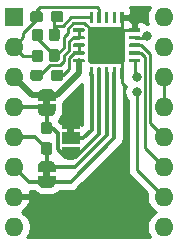
<source format=gbr>
G04 #@! TF.GenerationSoftware,KiCad,Pcbnew,(5.1.5)-3*
G04 #@! TF.CreationDate,2020-05-28T12:56:54-05:00*
G04 #@! TF.ProjectId,pt100stick,70743130-3073-4746-9963-6b2e6b696361,rev?*
G04 #@! TF.SameCoordinates,Original*
G04 #@! TF.FileFunction,Copper,L1,Top*
G04 #@! TF.FilePolarity,Positive*
%FSLAX46Y46*%
G04 Gerber Fmt 4.6, Leading zero omitted, Abs format (unit mm)*
G04 Created by KiCad (PCBNEW (5.1.5)-3) date 2020-05-28 12:56:54*
%MOMM*%
%LPD*%
G04 APERTURE LIST*
%ADD10C,0.100000*%
%ADD11R,1.500000X1.000000*%
%ADD12O,1.600000X1.600000*%
%ADD13R,1.600000X1.600000*%
%ADD14C,0.800000*%
%ADD15C,0.250000*%
%ADD16C,0.300000*%
%ADD17C,0.500000*%
%ADD18C,0.254000*%
G04 APERTURE END LIST*
D10*
G36*
X147366000Y-80507000D02*
G01*
X147366000Y-81007000D01*
X146766000Y-81007000D01*
X146766000Y-80507000D01*
X147366000Y-80507000D01*
G37*
G36*
X145334000Y-78646000D02*
G01*
X145334000Y-78146000D01*
X144734000Y-78146000D01*
X144734000Y-78646000D01*
X145334000Y-78646000D01*
G37*
G36*
X144734000Y-84205000D02*
G01*
X144734000Y-84705000D01*
X145334000Y-84705000D01*
X145334000Y-84205000D01*
X144734000Y-84205000D01*
G37*
G04 #@! TA.AperFunction,SMDPad,CuDef*
G36*
X146316000Y-80657000D02*
G01*
X146316000Y-80107000D01*
X146316602Y-80107000D01*
X146316602Y-80082466D01*
X146321412Y-80033635D01*
X146330984Y-79985510D01*
X146345228Y-79938555D01*
X146364005Y-79893222D01*
X146387136Y-79849949D01*
X146414396Y-79809150D01*
X146445524Y-79771221D01*
X146480221Y-79736524D01*
X146518150Y-79705396D01*
X146558949Y-79678136D01*
X146602222Y-79655005D01*
X146647555Y-79636228D01*
X146694510Y-79621984D01*
X146742635Y-79612412D01*
X146791466Y-79607602D01*
X146816000Y-79607602D01*
X146816000Y-79607000D01*
X147316000Y-79607000D01*
X147316000Y-79607602D01*
X147340534Y-79607602D01*
X147389365Y-79612412D01*
X147437490Y-79621984D01*
X147484445Y-79636228D01*
X147529778Y-79655005D01*
X147573051Y-79678136D01*
X147613850Y-79705396D01*
X147651779Y-79736524D01*
X147686476Y-79771221D01*
X147717604Y-79809150D01*
X147744864Y-79849949D01*
X147767995Y-79893222D01*
X147786772Y-79938555D01*
X147801016Y-79985510D01*
X147810588Y-80033635D01*
X147815398Y-80082466D01*
X147815398Y-80107000D01*
X147816000Y-80107000D01*
X147816000Y-80657000D01*
X146316000Y-80657000D01*
G37*
G04 #@! TD.AperFunction*
D11*
X147066000Y-81407000D03*
G04 #@! TA.AperFunction,SMDPad,CuDef*
D10*
G36*
X147815398Y-82707000D02*
G01*
X147815398Y-82731534D01*
X147810588Y-82780365D01*
X147801016Y-82828490D01*
X147786772Y-82875445D01*
X147767995Y-82920778D01*
X147744864Y-82964051D01*
X147717604Y-83004850D01*
X147686476Y-83042779D01*
X147651779Y-83077476D01*
X147613850Y-83108604D01*
X147573051Y-83135864D01*
X147529778Y-83158995D01*
X147484445Y-83177772D01*
X147437490Y-83192016D01*
X147389365Y-83201588D01*
X147340534Y-83206398D01*
X147316000Y-83206398D01*
X147316000Y-83207000D01*
X146816000Y-83207000D01*
X146816000Y-83206398D01*
X146791466Y-83206398D01*
X146742635Y-83201588D01*
X146694510Y-83192016D01*
X146647555Y-83177772D01*
X146602222Y-83158995D01*
X146558949Y-83135864D01*
X146518150Y-83108604D01*
X146480221Y-83077476D01*
X146445524Y-83042779D01*
X146414396Y-83004850D01*
X146387136Y-82964051D01*
X146364005Y-82920778D01*
X146345228Y-82875445D01*
X146330984Y-82828490D01*
X146321412Y-82780365D01*
X146316602Y-82731534D01*
X146316602Y-82707000D01*
X146316000Y-82707000D01*
X146316000Y-82157000D01*
X147816000Y-82157000D01*
X147816000Y-82707000D01*
X147815398Y-82707000D01*
G37*
G04 #@! TD.AperFunction*
G04 #@! TA.AperFunction,SMDPad,CuDef*
G36*
X144284000Y-78246000D02*
G01*
X144284000Y-77746000D01*
X144284602Y-77746000D01*
X144284602Y-77721466D01*
X144289412Y-77672635D01*
X144298984Y-77624510D01*
X144313228Y-77577555D01*
X144332005Y-77532222D01*
X144355136Y-77488949D01*
X144382396Y-77448150D01*
X144413524Y-77410221D01*
X144448221Y-77375524D01*
X144486150Y-77344396D01*
X144526949Y-77317136D01*
X144570222Y-77294005D01*
X144615555Y-77275228D01*
X144662510Y-77260984D01*
X144710635Y-77251412D01*
X144759466Y-77246602D01*
X144784000Y-77246602D01*
X144784000Y-77246000D01*
X145284000Y-77246000D01*
X145284000Y-77246602D01*
X145308534Y-77246602D01*
X145357365Y-77251412D01*
X145405490Y-77260984D01*
X145452445Y-77275228D01*
X145497778Y-77294005D01*
X145541051Y-77317136D01*
X145581850Y-77344396D01*
X145619779Y-77375524D01*
X145654476Y-77410221D01*
X145685604Y-77448150D01*
X145712864Y-77488949D01*
X145735995Y-77532222D01*
X145754772Y-77577555D01*
X145769016Y-77624510D01*
X145778588Y-77672635D01*
X145783398Y-77721466D01*
X145783398Y-77746000D01*
X145784000Y-77746000D01*
X145784000Y-78246000D01*
X144284000Y-78246000D01*
G37*
G04 #@! TD.AperFunction*
G04 #@! TA.AperFunction,SMDPad,CuDef*
G36*
X145783398Y-79046000D02*
G01*
X145783398Y-79070534D01*
X145778588Y-79119365D01*
X145769016Y-79167490D01*
X145754772Y-79214445D01*
X145735995Y-79259778D01*
X145712864Y-79303051D01*
X145685604Y-79343850D01*
X145654476Y-79381779D01*
X145619779Y-79416476D01*
X145581850Y-79447604D01*
X145541051Y-79474864D01*
X145497778Y-79497995D01*
X145452445Y-79516772D01*
X145405490Y-79531016D01*
X145357365Y-79540588D01*
X145308534Y-79545398D01*
X145284000Y-79545398D01*
X145284000Y-79546000D01*
X144784000Y-79546000D01*
X144784000Y-79545398D01*
X144759466Y-79545398D01*
X144710635Y-79540588D01*
X144662510Y-79531016D01*
X144615555Y-79516772D01*
X144570222Y-79497995D01*
X144526949Y-79474864D01*
X144486150Y-79447604D01*
X144448221Y-79416476D01*
X144413524Y-79381779D01*
X144382396Y-79343850D01*
X144355136Y-79303051D01*
X144332005Y-79259778D01*
X144313228Y-79214445D01*
X144298984Y-79167490D01*
X144289412Y-79119365D01*
X144284602Y-79070534D01*
X144284602Y-79046000D01*
X144284000Y-79046000D01*
X144284000Y-78546000D01*
X145784000Y-78546000D01*
X145784000Y-79046000D01*
X145783398Y-79046000D01*
G37*
G04 #@! TD.AperFunction*
G04 #@! TA.AperFunction,SMDPad,CuDef*
G36*
X145784000Y-84605000D02*
G01*
X145784000Y-85105000D01*
X145783398Y-85105000D01*
X145783398Y-85129534D01*
X145778588Y-85178365D01*
X145769016Y-85226490D01*
X145754772Y-85273445D01*
X145735995Y-85318778D01*
X145712864Y-85362051D01*
X145685604Y-85402850D01*
X145654476Y-85440779D01*
X145619779Y-85475476D01*
X145581850Y-85506604D01*
X145541051Y-85533864D01*
X145497778Y-85556995D01*
X145452445Y-85575772D01*
X145405490Y-85590016D01*
X145357365Y-85599588D01*
X145308534Y-85604398D01*
X145284000Y-85604398D01*
X145284000Y-85605000D01*
X144784000Y-85605000D01*
X144784000Y-85604398D01*
X144759466Y-85604398D01*
X144710635Y-85599588D01*
X144662510Y-85590016D01*
X144615555Y-85575772D01*
X144570222Y-85556995D01*
X144526949Y-85533864D01*
X144486150Y-85506604D01*
X144448221Y-85475476D01*
X144413524Y-85440779D01*
X144382396Y-85402850D01*
X144355136Y-85362051D01*
X144332005Y-85318778D01*
X144313228Y-85273445D01*
X144298984Y-85226490D01*
X144289412Y-85178365D01*
X144284602Y-85129534D01*
X144284602Y-85105000D01*
X144284000Y-85105000D01*
X144284000Y-84605000D01*
X145784000Y-84605000D01*
G37*
G04 #@! TD.AperFunction*
G04 #@! TA.AperFunction,SMDPad,CuDef*
G36*
X144284602Y-83805000D02*
G01*
X144284602Y-83780466D01*
X144289412Y-83731635D01*
X144298984Y-83683510D01*
X144313228Y-83636555D01*
X144332005Y-83591222D01*
X144355136Y-83547949D01*
X144382396Y-83507150D01*
X144413524Y-83469221D01*
X144448221Y-83434524D01*
X144486150Y-83403396D01*
X144526949Y-83376136D01*
X144570222Y-83353005D01*
X144615555Y-83334228D01*
X144662510Y-83319984D01*
X144710635Y-83310412D01*
X144759466Y-83305602D01*
X144784000Y-83305602D01*
X144784000Y-83305000D01*
X145284000Y-83305000D01*
X145284000Y-83305602D01*
X145308534Y-83305602D01*
X145357365Y-83310412D01*
X145405490Y-83319984D01*
X145452445Y-83334228D01*
X145497778Y-83353005D01*
X145541051Y-83376136D01*
X145581850Y-83403396D01*
X145619779Y-83434524D01*
X145654476Y-83469221D01*
X145685604Y-83507150D01*
X145712864Y-83547949D01*
X145735995Y-83591222D01*
X145754772Y-83636555D01*
X145769016Y-83683510D01*
X145778588Y-83731635D01*
X145783398Y-83780466D01*
X145783398Y-83805000D01*
X145784000Y-83805000D01*
X145784000Y-84305000D01*
X144284000Y-84305000D01*
X144284000Y-83805000D01*
X144284602Y-83805000D01*
G37*
G04 #@! TD.AperFunction*
G04 #@! TA.AperFunction,SMDPad,CuDef*
G36*
X145929779Y-73870144D02*
G01*
X145952834Y-73873563D01*
X145975443Y-73879227D01*
X145997387Y-73887079D01*
X146018457Y-73897044D01*
X146038448Y-73909026D01*
X146057168Y-73922910D01*
X146074438Y-73938562D01*
X146090090Y-73955832D01*
X146103974Y-73974552D01*
X146115956Y-73994543D01*
X146125921Y-74015613D01*
X146133773Y-74037557D01*
X146139437Y-74060166D01*
X146142856Y-74083221D01*
X146144000Y-74106500D01*
X146144000Y-74681500D01*
X146142856Y-74704779D01*
X146139437Y-74727834D01*
X146133773Y-74750443D01*
X146125921Y-74772387D01*
X146115956Y-74793457D01*
X146103974Y-74813448D01*
X146090090Y-74832168D01*
X146074438Y-74849438D01*
X146057168Y-74865090D01*
X146038448Y-74878974D01*
X146018457Y-74890956D01*
X145997387Y-74900921D01*
X145975443Y-74908773D01*
X145952834Y-74914437D01*
X145929779Y-74917856D01*
X145906500Y-74919000D01*
X145431500Y-74919000D01*
X145408221Y-74917856D01*
X145385166Y-74914437D01*
X145362557Y-74908773D01*
X145340613Y-74900921D01*
X145319543Y-74890956D01*
X145299552Y-74878974D01*
X145280832Y-74865090D01*
X145263562Y-74849438D01*
X145247910Y-74832168D01*
X145234026Y-74813448D01*
X145222044Y-74793457D01*
X145212079Y-74772387D01*
X145204227Y-74750443D01*
X145198563Y-74727834D01*
X145195144Y-74704779D01*
X145194000Y-74681500D01*
X145194000Y-74106500D01*
X145195144Y-74083221D01*
X145198563Y-74060166D01*
X145204227Y-74037557D01*
X145212079Y-74015613D01*
X145222044Y-73994543D01*
X145234026Y-73974552D01*
X145247910Y-73955832D01*
X145263562Y-73938562D01*
X145280832Y-73922910D01*
X145299552Y-73909026D01*
X145319543Y-73897044D01*
X145340613Y-73887079D01*
X145362557Y-73879227D01*
X145385166Y-73873563D01*
X145408221Y-73870144D01*
X145431500Y-73869000D01*
X145906500Y-73869000D01*
X145929779Y-73870144D01*
G37*
G04 #@! TD.AperFunction*
G04 #@! TA.AperFunction,SMDPad,CuDef*
G36*
X145929779Y-72120144D02*
G01*
X145952834Y-72123563D01*
X145975443Y-72129227D01*
X145997387Y-72137079D01*
X146018457Y-72147044D01*
X146038448Y-72159026D01*
X146057168Y-72172910D01*
X146074438Y-72188562D01*
X146090090Y-72205832D01*
X146103974Y-72224552D01*
X146115956Y-72244543D01*
X146125921Y-72265613D01*
X146133773Y-72287557D01*
X146139437Y-72310166D01*
X146142856Y-72333221D01*
X146144000Y-72356500D01*
X146144000Y-72931500D01*
X146142856Y-72954779D01*
X146139437Y-72977834D01*
X146133773Y-73000443D01*
X146125921Y-73022387D01*
X146115956Y-73043457D01*
X146103974Y-73063448D01*
X146090090Y-73082168D01*
X146074438Y-73099438D01*
X146057168Y-73115090D01*
X146038448Y-73128974D01*
X146018457Y-73140956D01*
X145997387Y-73150921D01*
X145975443Y-73158773D01*
X145952834Y-73164437D01*
X145929779Y-73167856D01*
X145906500Y-73169000D01*
X145431500Y-73169000D01*
X145408221Y-73167856D01*
X145385166Y-73164437D01*
X145362557Y-73158773D01*
X145340613Y-73150921D01*
X145319543Y-73140956D01*
X145299552Y-73128974D01*
X145280832Y-73115090D01*
X145263562Y-73099438D01*
X145247910Y-73082168D01*
X145234026Y-73063448D01*
X145222044Y-73043457D01*
X145212079Y-73022387D01*
X145204227Y-73000443D01*
X145198563Y-72977834D01*
X145195144Y-72954779D01*
X145194000Y-72931500D01*
X145194000Y-72356500D01*
X145195144Y-72333221D01*
X145198563Y-72310166D01*
X145204227Y-72287557D01*
X145212079Y-72265613D01*
X145222044Y-72244543D01*
X145234026Y-72224552D01*
X145247910Y-72205832D01*
X145263562Y-72188562D01*
X145280832Y-72172910D01*
X145299552Y-72159026D01*
X145319543Y-72147044D01*
X145340613Y-72137079D01*
X145362557Y-72129227D01*
X145385166Y-72123563D01*
X145408221Y-72120144D01*
X145431500Y-72119000D01*
X145906500Y-72119000D01*
X145929779Y-72120144D01*
G37*
G04 #@! TD.AperFunction*
G04 #@! TA.AperFunction,SMDPad,CuDef*
G36*
X144483779Y-75599144D02*
G01*
X144506834Y-75602563D01*
X144529443Y-75608227D01*
X144551387Y-75616079D01*
X144572457Y-75626044D01*
X144592448Y-75638026D01*
X144611168Y-75651910D01*
X144628438Y-75667562D01*
X144644090Y-75684832D01*
X144657974Y-75703552D01*
X144669956Y-75723543D01*
X144679921Y-75744613D01*
X144687773Y-75766557D01*
X144693437Y-75789166D01*
X144696856Y-75812221D01*
X144698000Y-75835500D01*
X144698000Y-76310500D01*
X144696856Y-76333779D01*
X144693437Y-76356834D01*
X144687773Y-76379443D01*
X144679921Y-76401387D01*
X144669956Y-76422457D01*
X144657974Y-76442448D01*
X144644090Y-76461168D01*
X144628438Y-76478438D01*
X144611168Y-76494090D01*
X144592448Y-76507974D01*
X144572457Y-76519956D01*
X144551387Y-76529921D01*
X144529443Y-76537773D01*
X144506834Y-76543437D01*
X144483779Y-76546856D01*
X144460500Y-76548000D01*
X143885500Y-76548000D01*
X143862221Y-76546856D01*
X143839166Y-76543437D01*
X143816557Y-76537773D01*
X143794613Y-76529921D01*
X143773543Y-76519956D01*
X143753552Y-76507974D01*
X143734832Y-76494090D01*
X143717562Y-76478438D01*
X143701910Y-76461168D01*
X143688026Y-76442448D01*
X143676044Y-76422457D01*
X143666079Y-76401387D01*
X143658227Y-76379443D01*
X143652563Y-76356834D01*
X143649144Y-76333779D01*
X143648000Y-76310500D01*
X143648000Y-75835500D01*
X143649144Y-75812221D01*
X143652563Y-75789166D01*
X143658227Y-75766557D01*
X143666079Y-75744613D01*
X143676044Y-75723543D01*
X143688026Y-75703552D01*
X143701910Y-75684832D01*
X143717562Y-75667562D01*
X143734832Y-75651910D01*
X143753552Y-75638026D01*
X143773543Y-75626044D01*
X143794613Y-75616079D01*
X143816557Y-75608227D01*
X143839166Y-75602563D01*
X143862221Y-75599144D01*
X143885500Y-75598000D01*
X144460500Y-75598000D01*
X144483779Y-75599144D01*
G37*
G04 #@! TD.AperFunction*
G04 #@! TA.AperFunction,SMDPad,CuDef*
G36*
X146233779Y-75599144D02*
G01*
X146256834Y-75602563D01*
X146279443Y-75608227D01*
X146301387Y-75616079D01*
X146322457Y-75626044D01*
X146342448Y-75638026D01*
X146361168Y-75651910D01*
X146378438Y-75667562D01*
X146394090Y-75684832D01*
X146407974Y-75703552D01*
X146419956Y-75723543D01*
X146429921Y-75744613D01*
X146437773Y-75766557D01*
X146443437Y-75789166D01*
X146446856Y-75812221D01*
X146448000Y-75835500D01*
X146448000Y-76310500D01*
X146446856Y-76333779D01*
X146443437Y-76356834D01*
X146437773Y-76379443D01*
X146429921Y-76401387D01*
X146419956Y-76422457D01*
X146407974Y-76442448D01*
X146394090Y-76461168D01*
X146378438Y-76478438D01*
X146361168Y-76494090D01*
X146342448Y-76507974D01*
X146322457Y-76519956D01*
X146301387Y-76529921D01*
X146279443Y-76537773D01*
X146256834Y-76543437D01*
X146233779Y-76546856D01*
X146210500Y-76548000D01*
X145635500Y-76548000D01*
X145612221Y-76546856D01*
X145589166Y-76543437D01*
X145566557Y-76537773D01*
X145544613Y-76529921D01*
X145523543Y-76519956D01*
X145503552Y-76507974D01*
X145484832Y-76494090D01*
X145467562Y-76478438D01*
X145451910Y-76461168D01*
X145438026Y-76442448D01*
X145426044Y-76422457D01*
X145416079Y-76401387D01*
X145408227Y-76379443D01*
X145402563Y-76356834D01*
X145399144Y-76333779D01*
X145398000Y-76310500D01*
X145398000Y-75835500D01*
X145399144Y-75812221D01*
X145402563Y-75789166D01*
X145408227Y-75766557D01*
X145416079Y-75744613D01*
X145426044Y-75723543D01*
X145438026Y-75703552D01*
X145451910Y-75684832D01*
X145467562Y-75667562D01*
X145484832Y-75651910D01*
X145503552Y-75638026D01*
X145523543Y-75626044D01*
X145544613Y-75616079D01*
X145566557Y-75608227D01*
X145589166Y-75602563D01*
X145612221Y-75599144D01*
X145635500Y-75598000D01*
X146210500Y-75598000D01*
X146233779Y-75599144D01*
G37*
G04 #@! TD.AperFunction*
G04 #@! TA.AperFunction,SMDPad,CuDef*
G36*
X146233779Y-70646144D02*
G01*
X146256834Y-70649563D01*
X146279443Y-70655227D01*
X146301387Y-70663079D01*
X146322457Y-70673044D01*
X146342448Y-70685026D01*
X146361168Y-70698910D01*
X146378438Y-70714562D01*
X146394090Y-70731832D01*
X146407974Y-70750552D01*
X146419956Y-70770543D01*
X146429921Y-70791613D01*
X146437773Y-70813557D01*
X146443437Y-70836166D01*
X146446856Y-70859221D01*
X146448000Y-70882500D01*
X146448000Y-71357500D01*
X146446856Y-71380779D01*
X146443437Y-71403834D01*
X146437773Y-71426443D01*
X146429921Y-71448387D01*
X146419956Y-71469457D01*
X146407974Y-71489448D01*
X146394090Y-71508168D01*
X146378438Y-71525438D01*
X146361168Y-71541090D01*
X146342448Y-71554974D01*
X146322457Y-71566956D01*
X146301387Y-71576921D01*
X146279443Y-71584773D01*
X146256834Y-71590437D01*
X146233779Y-71593856D01*
X146210500Y-71595000D01*
X145635500Y-71595000D01*
X145612221Y-71593856D01*
X145589166Y-71590437D01*
X145566557Y-71584773D01*
X145544613Y-71576921D01*
X145523543Y-71566956D01*
X145503552Y-71554974D01*
X145484832Y-71541090D01*
X145467562Y-71525438D01*
X145451910Y-71508168D01*
X145438026Y-71489448D01*
X145426044Y-71469457D01*
X145416079Y-71448387D01*
X145408227Y-71426443D01*
X145402563Y-71403834D01*
X145399144Y-71380779D01*
X145398000Y-71357500D01*
X145398000Y-70882500D01*
X145399144Y-70859221D01*
X145402563Y-70836166D01*
X145408227Y-70813557D01*
X145416079Y-70791613D01*
X145426044Y-70770543D01*
X145438026Y-70750552D01*
X145451910Y-70731832D01*
X145467562Y-70714562D01*
X145484832Y-70698910D01*
X145503552Y-70685026D01*
X145523543Y-70673044D01*
X145544613Y-70663079D01*
X145566557Y-70655227D01*
X145589166Y-70649563D01*
X145612221Y-70646144D01*
X145635500Y-70645000D01*
X146210500Y-70645000D01*
X146233779Y-70646144D01*
G37*
G04 #@! TD.AperFunction*
G04 #@! TA.AperFunction,SMDPad,CuDef*
G36*
X144483779Y-70646144D02*
G01*
X144506834Y-70649563D01*
X144529443Y-70655227D01*
X144551387Y-70663079D01*
X144572457Y-70673044D01*
X144592448Y-70685026D01*
X144611168Y-70698910D01*
X144628438Y-70714562D01*
X144644090Y-70731832D01*
X144657974Y-70750552D01*
X144669956Y-70770543D01*
X144679921Y-70791613D01*
X144687773Y-70813557D01*
X144693437Y-70836166D01*
X144696856Y-70859221D01*
X144698000Y-70882500D01*
X144698000Y-71357500D01*
X144696856Y-71380779D01*
X144693437Y-71403834D01*
X144687773Y-71426443D01*
X144679921Y-71448387D01*
X144669956Y-71469457D01*
X144657974Y-71489448D01*
X144644090Y-71508168D01*
X144628438Y-71525438D01*
X144611168Y-71541090D01*
X144592448Y-71554974D01*
X144572457Y-71566956D01*
X144551387Y-71576921D01*
X144529443Y-71584773D01*
X144506834Y-71590437D01*
X144483779Y-71593856D01*
X144460500Y-71595000D01*
X143885500Y-71595000D01*
X143862221Y-71593856D01*
X143839166Y-71590437D01*
X143816557Y-71584773D01*
X143794613Y-71576921D01*
X143773543Y-71566956D01*
X143753552Y-71554974D01*
X143734832Y-71541090D01*
X143717562Y-71525438D01*
X143701910Y-71508168D01*
X143688026Y-71489448D01*
X143676044Y-71469457D01*
X143666079Y-71448387D01*
X143658227Y-71426443D01*
X143652563Y-71403834D01*
X143649144Y-71380779D01*
X143648000Y-71357500D01*
X143648000Y-70882500D01*
X143649144Y-70859221D01*
X143652563Y-70836166D01*
X143658227Y-70813557D01*
X143666079Y-70791613D01*
X143676044Y-70770543D01*
X143688026Y-70750552D01*
X143701910Y-70731832D01*
X143717562Y-70714562D01*
X143734832Y-70698910D01*
X143753552Y-70685026D01*
X143773543Y-70673044D01*
X143794613Y-70663079D01*
X143816557Y-70655227D01*
X143839166Y-70649563D01*
X143862221Y-70646144D01*
X143885500Y-70645000D01*
X144460500Y-70645000D01*
X144483779Y-70646144D01*
G37*
G04 #@! TD.AperFunction*
G04 #@! TA.AperFunction,SMDPad,CuDef*
G36*
X144532779Y-72148144D02*
G01*
X144555834Y-72151563D01*
X144578443Y-72157227D01*
X144600387Y-72165079D01*
X144621457Y-72175044D01*
X144641448Y-72187026D01*
X144660168Y-72200910D01*
X144677438Y-72216562D01*
X144693090Y-72233832D01*
X144706974Y-72252552D01*
X144718956Y-72272543D01*
X144728921Y-72293613D01*
X144736773Y-72315557D01*
X144742437Y-72338166D01*
X144745856Y-72361221D01*
X144747000Y-72384500D01*
X144747000Y-72959500D01*
X144745856Y-72982779D01*
X144742437Y-73005834D01*
X144736773Y-73028443D01*
X144728921Y-73050387D01*
X144718956Y-73071457D01*
X144706974Y-73091448D01*
X144693090Y-73110168D01*
X144677438Y-73127438D01*
X144660168Y-73143090D01*
X144641448Y-73156974D01*
X144621457Y-73168956D01*
X144600387Y-73178921D01*
X144578443Y-73186773D01*
X144555834Y-73192437D01*
X144532779Y-73195856D01*
X144509500Y-73197000D01*
X144034500Y-73197000D01*
X144011221Y-73195856D01*
X143988166Y-73192437D01*
X143965557Y-73186773D01*
X143943613Y-73178921D01*
X143922543Y-73168956D01*
X143902552Y-73156974D01*
X143883832Y-73143090D01*
X143866562Y-73127438D01*
X143850910Y-73110168D01*
X143837026Y-73091448D01*
X143825044Y-73071457D01*
X143815079Y-73050387D01*
X143807227Y-73028443D01*
X143801563Y-73005834D01*
X143798144Y-72982779D01*
X143797000Y-72959500D01*
X143797000Y-72384500D01*
X143798144Y-72361221D01*
X143801563Y-72338166D01*
X143807227Y-72315557D01*
X143815079Y-72293613D01*
X143825044Y-72272543D01*
X143837026Y-72252552D01*
X143850910Y-72233832D01*
X143866562Y-72216562D01*
X143883832Y-72200910D01*
X143902552Y-72187026D01*
X143922543Y-72175044D01*
X143943613Y-72165079D01*
X143965557Y-72157227D01*
X143988166Y-72151563D01*
X144011221Y-72148144D01*
X144034500Y-72147000D01*
X144509500Y-72147000D01*
X144532779Y-72148144D01*
G37*
G04 #@! TD.AperFunction*
G04 #@! TA.AperFunction,SMDPad,CuDef*
G36*
X144532779Y-73898144D02*
G01*
X144555834Y-73901563D01*
X144578443Y-73907227D01*
X144600387Y-73915079D01*
X144621457Y-73925044D01*
X144641448Y-73937026D01*
X144660168Y-73950910D01*
X144677438Y-73966562D01*
X144693090Y-73983832D01*
X144706974Y-74002552D01*
X144718956Y-74022543D01*
X144728921Y-74043613D01*
X144736773Y-74065557D01*
X144742437Y-74088166D01*
X144745856Y-74111221D01*
X144747000Y-74134500D01*
X144747000Y-74709500D01*
X144745856Y-74732779D01*
X144742437Y-74755834D01*
X144736773Y-74778443D01*
X144728921Y-74800387D01*
X144718956Y-74821457D01*
X144706974Y-74841448D01*
X144693090Y-74860168D01*
X144677438Y-74877438D01*
X144660168Y-74893090D01*
X144641448Y-74906974D01*
X144621457Y-74918956D01*
X144600387Y-74928921D01*
X144578443Y-74936773D01*
X144555834Y-74942437D01*
X144532779Y-74945856D01*
X144509500Y-74947000D01*
X144034500Y-74947000D01*
X144011221Y-74945856D01*
X143988166Y-74942437D01*
X143965557Y-74936773D01*
X143943613Y-74928921D01*
X143922543Y-74918956D01*
X143902552Y-74906974D01*
X143883832Y-74893090D01*
X143866562Y-74877438D01*
X143850910Y-74860168D01*
X143837026Y-74841448D01*
X143825044Y-74821457D01*
X143815079Y-74800387D01*
X143807227Y-74778443D01*
X143801563Y-74755834D01*
X143798144Y-74732779D01*
X143797000Y-74709500D01*
X143797000Y-74134500D01*
X143798144Y-74111221D01*
X143801563Y-74088166D01*
X143807227Y-74065557D01*
X143815079Y-74043613D01*
X143825044Y-74022543D01*
X143837026Y-74002552D01*
X143850910Y-73983832D01*
X143866562Y-73966562D01*
X143883832Y-73950910D01*
X143902552Y-73937026D01*
X143922543Y-73925044D01*
X143943613Y-73915079D01*
X143965557Y-73907227D01*
X143988166Y-73901563D01*
X144011221Y-73898144D01*
X144034500Y-73897000D01*
X144509500Y-73897000D01*
X144532779Y-73898144D01*
G37*
G04 #@! TD.AperFunction*
G04 #@! TA.AperFunction,SMDPad,CuDef*
G36*
X145294779Y-81758144D02*
G01*
X145317834Y-81761563D01*
X145340443Y-81767227D01*
X145362387Y-81775079D01*
X145383457Y-81785044D01*
X145403448Y-81797026D01*
X145422168Y-81810910D01*
X145439438Y-81826562D01*
X145455090Y-81843832D01*
X145468974Y-81862552D01*
X145480956Y-81882543D01*
X145490921Y-81903613D01*
X145498773Y-81925557D01*
X145504437Y-81948166D01*
X145507856Y-81971221D01*
X145509000Y-81994500D01*
X145509000Y-82569500D01*
X145507856Y-82592779D01*
X145504437Y-82615834D01*
X145498773Y-82638443D01*
X145490921Y-82660387D01*
X145480956Y-82681457D01*
X145468974Y-82701448D01*
X145455090Y-82720168D01*
X145439438Y-82737438D01*
X145422168Y-82753090D01*
X145403448Y-82766974D01*
X145383457Y-82778956D01*
X145362387Y-82788921D01*
X145340443Y-82796773D01*
X145317834Y-82802437D01*
X145294779Y-82805856D01*
X145271500Y-82807000D01*
X144796500Y-82807000D01*
X144773221Y-82805856D01*
X144750166Y-82802437D01*
X144727557Y-82796773D01*
X144705613Y-82788921D01*
X144684543Y-82778956D01*
X144664552Y-82766974D01*
X144645832Y-82753090D01*
X144628562Y-82737438D01*
X144612910Y-82720168D01*
X144599026Y-82701448D01*
X144587044Y-82681457D01*
X144577079Y-82660387D01*
X144569227Y-82638443D01*
X144563563Y-82615834D01*
X144560144Y-82592779D01*
X144559000Y-82569500D01*
X144559000Y-81994500D01*
X144560144Y-81971221D01*
X144563563Y-81948166D01*
X144569227Y-81925557D01*
X144577079Y-81903613D01*
X144587044Y-81882543D01*
X144599026Y-81862552D01*
X144612910Y-81843832D01*
X144628562Y-81826562D01*
X144645832Y-81810910D01*
X144664552Y-81797026D01*
X144684543Y-81785044D01*
X144705613Y-81775079D01*
X144727557Y-81767227D01*
X144750166Y-81761563D01*
X144773221Y-81758144D01*
X144796500Y-81757000D01*
X145271500Y-81757000D01*
X145294779Y-81758144D01*
G37*
G04 #@! TD.AperFunction*
G04 #@! TA.AperFunction,SMDPad,CuDef*
G36*
X145294779Y-80008144D02*
G01*
X145317834Y-80011563D01*
X145340443Y-80017227D01*
X145362387Y-80025079D01*
X145383457Y-80035044D01*
X145403448Y-80047026D01*
X145422168Y-80060910D01*
X145439438Y-80076562D01*
X145455090Y-80093832D01*
X145468974Y-80112552D01*
X145480956Y-80132543D01*
X145490921Y-80153613D01*
X145498773Y-80175557D01*
X145504437Y-80198166D01*
X145507856Y-80221221D01*
X145509000Y-80244500D01*
X145509000Y-80819500D01*
X145507856Y-80842779D01*
X145504437Y-80865834D01*
X145498773Y-80888443D01*
X145490921Y-80910387D01*
X145480956Y-80931457D01*
X145468974Y-80951448D01*
X145455090Y-80970168D01*
X145439438Y-80987438D01*
X145422168Y-81003090D01*
X145403448Y-81016974D01*
X145383457Y-81028956D01*
X145362387Y-81038921D01*
X145340443Y-81046773D01*
X145317834Y-81052437D01*
X145294779Y-81055856D01*
X145271500Y-81057000D01*
X144796500Y-81057000D01*
X144773221Y-81055856D01*
X144750166Y-81052437D01*
X144727557Y-81046773D01*
X144705613Y-81038921D01*
X144684543Y-81028956D01*
X144664552Y-81016974D01*
X144645832Y-81003090D01*
X144628562Y-80987438D01*
X144612910Y-80970168D01*
X144599026Y-80951448D01*
X144587044Y-80931457D01*
X144577079Y-80910387D01*
X144569227Y-80888443D01*
X144563563Y-80865834D01*
X144560144Y-80842779D01*
X144559000Y-80819500D01*
X144559000Y-80244500D01*
X144560144Y-80221221D01*
X144563563Y-80198166D01*
X144569227Y-80175557D01*
X144577079Y-80153613D01*
X144587044Y-80132543D01*
X144599026Y-80112552D01*
X144612910Y-80093832D01*
X144628562Y-80076562D01*
X144645832Y-80060910D01*
X144664552Y-80047026D01*
X144684543Y-80035044D01*
X144705613Y-80025079D01*
X144727557Y-80017227D01*
X144750166Y-80011563D01*
X144773221Y-80008144D01*
X144796500Y-80007000D01*
X145271500Y-80007000D01*
X145294779Y-80008144D01*
G37*
G04 #@! TD.AperFunction*
D12*
X154940000Y-71120000D03*
X142240000Y-88900000D03*
X154940000Y-73660000D03*
X142240000Y-86360000D03*
X154940000Y-76200000D03*
X142240000Y-83820000D03*
X154940000Y-78740000D03*
X142240000Y-81280000D03*
X154940000Y-81280000D03*
X142240000Y-78740000D03*
X154940000Y-83820000D03*
X142240000Y-76200000D03*
X154940000Y-86360000D03*
X142240000Y-73660000D03*
X154940000Y-88900000D03*
D13*
X142240000Y-71120000D03*
G04 #@! TA.AperFunction,SMDPad,CuDef*
D10*
G36*
X151438505Y-71984204D02*
G01*
X151462773Y-71987804D01*
X151486572Y-71993765D01*
X151509671Y-72002030D01*
X151531850Y-72012520D01*
X151552893Y-72025132D01*
X151572599Y-72039747D01*
X151590777Y-72056223D01*
X151607253Y-72074401D01*
X151621868Y-72094107D01*
X151634480Y-72115150D01*
X151644970Y-72137329D01*
X151653235Y-72160428D01*
X151659196Y-72184227D01*
X151662796Y-72208495D01*
X151664000Y-72232999D01*
X151664000Y-74833001D01*
X151662796Y-74857505D01*
X151659196Y-74881773D01*
X151653235Y-74905572D01*
X151644970Y-74928671D01*
X151634480Y-74950850D01*
X151621868Y-74971893D01*
X151607253Y-74991599D01*
X151590777Y-75009777D01*
X151572599Y-75026253D01*
X151552893Y-75040868D01*
X151531850Y-75053480D01*
X151509671Y-75063970D01*
X151486572Y-75072235D01*
X151462773Y-75078196D01*
X151438505Y-75081796D01*
X151414001Y-75083000D01*
X148813999Y-75083000D01*
X148789495Y-75081796D01*
X148765227Y-75078196D01*
X148741428Y-75072235D01*
X148718329Y-75063970D01*
X148696150Y-75053480D01*
X148675107Y-75040868D01*
X148655401Y-75026253D01*
X148637223Y-75009777D01*
X148620747Y-74991599D01*
X148606132Y-74971893D01*
X148593520Y-74950850D01*
X148583030Y-74928671D01*
X148574765Y-74905572D01*
X148568804Y-74881773D01*
X148565204Y-74857505D01*
X148564000Y-74833001D01*
X148564000Y-72232999D01*
X148565204Y-72208495D01*
X148568804Y-72184227D01*
X148574765Y-72160428D01*
X148583030Y-72137329D01*
X148593520Y-72115150D01*
X148606132Y-72094107D01*
X148620747Y-72074401D01*
X148637223Y-72056223D01*
X148655401Y-72039747D01*
X148675107Y-72025132D01*
X148696150Y-72012520D01*
X148718329Y-72002030D01*
X148741428Y-71993765D01*
X148765227Y-71987804D01*
X148789495Y-71984204D01*
X148813999Y-71983000D01*
X151414001Y-71983000D01*
X151438505Y-71984204D01*
G37*
G04 #@! TD.AperFunction*
G04 #@! TA.AperFunction,SMDPad,CuDef*
G36*
X148171351Y-72083361D02*
G01*
X148178632Y-72084441D01*
X148185771Y-72086229D01*
X148192701Y-72088709D01*
X148199355Y-72091856D01*
X148205668Y-72095640D01*
X148211579Y-72100024D01*
X148217033Y-72104967D01*
X148221976Y-72110421D01*
X148226360Y-72116332D01*
X148230144Y-72122645D01*
X148233291Y-72129299D01*
X148235771Y-72136229D01*
X148237559Y-72143368D01*
X148238639Y-72150649D01*
X148239000Y-72158000D01*
X148239000Y-72308000D01*
X148238639Y-72315351D01*
X148237559Y-72322632D01*
X148235771Y-72329771D01*
X148233291Y-72336701D01*
X148230144Y-72343355D01*
X148226360Y-72349668D01*
X148221976Y-72355579D01*
X148217033Y-72361033D01*
X148211579Y-72365976D01*
X148205668Y-72370360D01*
X148199355Y-72374144D01*
X148192701Y-72377291D01*
X148185771Y-72379771D01*
X148178632Y-72381559D01*
X148171351Y-72382639D01*
X148164000Y-72383000D01*
X147339000Y-72383000D01*
X147331649Y-72382639D01*
X147324368Y-72381559D01*
X147317229Y-72379771D01*
X147310299Y-72377291D01*
X147303645Y-72374144D01*
X147297332Y-72370360D01*
X147291421Y-72365976D01*
X147285967Y-72361033D01*
X147281024Y-72355579D01*
X147276640Y-72349668D01*
X147272856Y-72343355D01*
X147269709Y-72336701D01*
X147267229Y-72329771D01*
X147265441Y-72322632D01*
X147264361Y-72315351D01*
X147264000Y-72308000D01*
X147264000Y-72158000D01*
X147264361Y-72150649D01*
X147265441Y-72143368D01*
X147267229Y-72136229D01*
X147269709Y-72129299D01*
X147272856Y-72122645D01*
X147276640Y-72116332D01*
X147281024Y-72110421D01*
X147285967Y-72104967D01*
X147291421Y-72100024D01*
X147297332Y-72095640D01*
X147303645Y-72091856D01*
X147310299Y-72088709D01*
X147317229Y-72086229D01*
X147324368Y-72084441D01*
X147331649Y-72083361D01*
X147339000Y-72083000D01*
X148164000Y-72083000D01*
X148171351Y-72083361D01*
G37*
G04 #@! TD.AperFunction*
G04 #@! TA.AperFunction,SMDPad,CuDef*
G36*
X148171351Y-72733361D02*
G01*
X148178632Y-72734441D01*
X148185771Y-72736229D01*
X148192701Y-72738709D01*
X148199355Y-72741856D01*
X148205668Y-72745640D01*
X148211579Y-72750024D01*
X148217033Y-72754967D01*
X148221976Y-72760421D01*
X148226360Y-72766332D01*
X148230144Y-72772645D01*
X148233291Y-72779299D01*
X148235771Y-72786229D01*
X148237559Y-72793368D01*
X148238639Y-72800649D01*
X148239000Y-72808000D01*
X148239000Y-72958000D01*
X148238639Y-72965351D01*
X148237559Y-72972632D01*
X148235771Y-72979771D01*
X148233291Y-72986701D01*
X148230144Y-72993355D01*
X148226360Y-72999668D01*
X148221976Y-73005579D01*
X148217033Y-73011033D01*
X148211579Y-73015976D01*
X148205668Y-73020360D01*
X148199355Y-73024144D01*
X148192701Y-73027291D01*
X148185771Y-73029771D01*
X148178632Y-73031559D01*
X148171351Y-73032639D01*
X148164000Y-73033000D01*
X147339000Y-73033000D01*
X147331649Y-73032639D01*
X147324368Y-73031559D01*
X147317229Y-73029771D01*
X147310299Y-73027291D01*
X147303645Y-73024144D01*
X147297332Y-73020360D01*
X147291421Y-73015976D01*
X147285967Y-73011033D01*
X147281024Y-73005579D01*
X147276640Y-72999668D01*
X147272856Y-72993355D01*
X147269709Y-72986701D01*
X147267229Y-72979771D01*
X147265441Y-72972632D01*
X147264361Y-72965351D01*
X147264000Y-72958000D01*
X147264000Y-72808000D01*
X147264361Y-72800649D01*
X147265441Y-72793368D01*
X147267229Y-72786229D01*
X147269709Y-72779299D01*
X147272856Y-72772645D01*
X147276640Y-72766332D01*
X147281024Y-72760421D01*
X147285967Y-72754967D01*
X147291421Y-72750024D01*
X147297332Y-72745640D01*
X147303645Y-72741856D01*
X147310299Y-72738709D01*
X147317229Y-72736229D01*
X147324368Y-72734441D01*
X147331649Y-72733361D01*
X147339000Y-72733000D01*
X148164000Y-72733000D01*
X148171351Y-72733361D01*
G37*
G04 #@! TD.AperFunction*
G04 #@! TA.AperFunction,SMDPad,CuDef*
G36*
X148171351Y-73383361D02*
G01*
X148178632Y-73384441D01*
X148185771Y-73386229D01*
X148192701Y-73388709D01*
X148199355Y-73391856D01*
X148205668Y-73395640D01*
X148211579Y-73400024D01*
X148217033Y-73404967D01*
X148221976Y-73410421D01*
X148226360Y-73416332D01*
X148230144Y-73422645D01*
X148233291Y-73429299D01*
X148235771Y-73436229D01*
X148237559Y-73443368D01*
X148238639Y-73450649D01*
X148239000Y-73458000D01*
X148239000Y-73608000D01*
X148238639Y-73615351D01*
X148237559Y-73622632D01*
X148235771Y-73629771D01*
X148233291Y-73636701D01*
X148230144Y-73643355D01*
X148226360Y-73649668D01*
X148221976Y-73655579D01*
X148217033Y-73661033D01*
X148211579Y-73665976D01*
X148205668Y-73670360D01*
X148199355Y-73674144D01*
X148192701Y-73677291D01*
X148185771Y-73679771D01*
X148178632Y-73681559D01*
X148171351Y-73682639D01*
X148164000Y-73683000D01*
X147339000Y-73683000D01*
X147331649Y-73682639D01*
X147324368Y-73681559D01*
X147317229Y-73679771D01*
X147310299Y-73677291D01*
X147303645Y-73674144D01*
X147297332Y-73670360D01*
X147291421Y-73665976D01*
X147285967Y-73661033D01*
X147281024Y-73655579D01*
X147276640Y-73649668D01*
X147272856Y-73643355D01*
X147269709Y-73636701D01*
X147267229Y-73629771D01*
X147265441Y-73622632D01*
X147264361Y-73615351D01*
X147264000Y-73608000D01*
X147264000Y-73458000D01*
X147264361Y-73450649D01*
X147265441Y-73443368D01*
X147267229Y-73436229D01*
X147269709Y-73429299D01*
X147272856Y-73422645D01*
X147276640Y-73416332D01*
X147281024Y-73410421D01*
X147285967Y-73404967D01*
X147291421Y-73400024D01*
X147297332Y-73395640D01*
X147303645Y-73391856D01*
X147310299Y-73388709D01*
X147317229Y-73386229D01*
X147324368Y-73384441D01*
X147331649Y-73383361D01*
X147339000Y-73383000D01*
X148164000Y-73383000D01*
X148171351Y-73383361D01*
G37*
G04 #@! TD.AperFunction*
G04 #@! TA.AperFunction,SMDPad,CuDef*
G36*
X148171351Y-74033361D02*
G01*
X148178632Y-74034441D01*
X148185771Y-74036229D01*
X148192701Y-74038709D01*
X148199355Y-74041856D01*
X148205668Y-74045640D01*
X148211579Y-74050024D01*
X148217033Y-74054967D01*
X148221976Y-74060421D01*
X148226360Y-74066332D01*
X148230144Y-74072645D01*
X148233291Y-74079299D01*
X148235771Y-74086229D01*
X148237559Y-74093368D01*
X148238639Y-74100649D01*
X148239000Y-74108000D01*
X148239000Y-74258000D01*
X148238639Y-74265351D01*
X148237559Y-74272632D01*
X148235771Y-74279771D01*
X148233291Y-74286701D01*
X148230144Y-74293355D01*
X148226360Y-74299668D01*
X148221976Y-74305579D01*
X148217033Y-74311033D01*
X148211579Y-74315976D01*
X148205668Y-74320360D01*
X148199355Y-74324144D01*
X148192701Y-74327291D01*
X148185771Y-74329771D01*
X148178632Y-74331559D01*
X148171351Y-74332639D01*
X148164000Y-74333000D01*
X147339000Y-74333000D01*
X147331649Y-74332639D01*
X147324368Y-74331559D01*
X147317229Y-74329771D01*
X147310299Y-74327291D01*
X147303645Y-74324144D01*
X147297332Y-74320360D01*
X147291421Y-74315976D01*
X147285967Y-74311033D01*
X147281024Y-74305579D01*
X147276640Y-74299668D01*
X147272856Y-74293355D01*
X147269709Y-74286701D01*
X147267229Y-74279771D01*
X147265441Y-74272632D01*
X147264361Y-74265351D01*
X147264000Y-74258000D01*
X147264000Y-74108000D01*
X147264361Y-74100649D01*
X147265441Y-74093368D01*
X147267229Y-74086229D01*
X147269709Y-74079299D01*
X147272856Y-74072645D01*
X147276640Y-74066332D01*
X147281024Y-74060421D01*
X147285967Y-74054967D01*
X147291421Y-74050024D01*
X147297332Y-74045640D01*
X147303645Y-74041856D01*
X147310299Y-74038709D01*
X147317229Y-74036229D01*
X147324368Y-74034441D01*
X147331649Y-74033361D01*
X147339000Y-74033000D01*
X148164000Y-74033000D01*
X148171351Y-74033361D01*
G37*
G04 #@! TD.AperFunction*
G04 #@! TA.AperFunction,SMDPad,CuDef*
G36*
X148171351Y-74683361D02*
G01*
X148178632Y-74684441D01*
X148185771Y-74686229D01*
X148192701Y-74688709D01*
X148199355Y-74691856D01*
X148205668Y-74695640D01*
X148211579Y-74700024D01*
X148217033Y-74704967D01*
X148221976Y-74710421D01*
X148226360Y-74716332D01*
X148230144Y-74722645D01*
X148233291Y-74729299D01*
X148235771Y-74736229D01*
X148237559Y-74743368D01*
X148238639Y-74750649D01*
X148239000Y-74758000D01*
X148239000Y-74908000D01*
X148238639Y-74915351D01*
X148237559Y-74922632D01*
X148235771Y-74929771D01*
X148233291Y-74936701D01*
X148230144Y-74943355D01*
X148226360Y-74949668D01*
X148221976Y-74955579D01*
X148217033Y-74961033D01*
X148211579Y-74965976D01*
X148205668Y-74970360D01*
X148199355Y-74974144D01*
X148192701Y-74977291D01*
X148185771Y-74979771D01*
X148178632Y-74981559D01*
X148171351Y-74982639D01*
X148164000Y-74983000D01*
X147339000Y-74983000D01*
X147331649Y-74982639D01*
X147324368Y-74981559D01*
X147317229Y-74979771D01*
X147310299Y-74977291D01*
X147303645Y-74974144D01*
X147297332Y-74970360D01*
X147291421Y-74965976D01*
X147285967Y-74961033D01*
X147281024Y-74955579D01*
X147276640Y-74949668D01*
X147272856Y-74943355D01*
X147269709Y-74936701D01*
X147267229Y-74929771D01*
X147265441Y-74922632D01*
X147264361Y-74915351D01*
X147264000Y-74908000D01*
X147264000Y-74758000D01*
X147264361Y-74750649D01*
X147265441Y-74743368D01*
X147267229Y-74736229D01*
X147269709Y-74729299D01*
X147272856Y-74722645D01*
X147276640Y-74716332D01*
X147281024Y-74710421D01*
X147285967Y-74704967D01*
X147291421Y-74700024D01*
X147297332Y-74695640D01*
X147303645Y-74691856D01*
X147310299Y-74688709D01*
X147317229Y-74686229D01*
X147324368Y-74684441D01*
X147331649Y-74683361D01*
X147339000Y-74683000D01*
X148164000Y-74683000D01*
X148171351Y-74683361D01*
G37*
G04 #@! TD.AperFunction*
G04 #@! TA.AperFunction,SMDPad,CuDef*
G36*
X148896351Y-75408361D02*
G01*
X148903632Y-75409441D01*
X148910771Y-75411229D01*
X148917701Y-75413709D01*
X148924355Y-75416856D01*
X148930668Y-75420640D01*
X148936579Y-75425024D01*
X148942033Y-75429967D01*
X148946976Y-75435421D01*
X148951360Y-75441332D01*
X148955144Y-75447645D01*
X148958291Y-75454299D01*
X148960771Y-75461229D01*
X148962559Y-75468368D01*
X148963639Y-75475649D01*
X148964000Y-75483000D01*
X148964000Y-76308000D01*
X148963639Y-76315351D01*
X148962559Y-76322632D01*
X148960771Y-76329771D01*
X148958291Y-76336701D01*
X148955144Y-76343355D01*
X148951360Y-76349668D01*
X148946976Y-76355579D01*
X148942033Y-76361033D01*
X148936579Y-76365976D01*
X148930668Y-76370360D01*
X148924355Y-76374144D01*
X148917701Y-76377291D01*
X148910771Y-76379771D01*
X148903632Y-76381559D01*
X148896351Y-76382639D01*
X148889000Y-76383000D01*
X148739000Y-76383000D01*
X148731649Y-76382639D01*
X148724368Y-76381559D01*
X148717229Y-76379771D01*
X148710299Y-76377291D01*
X148703645Y-76374144D01*
X148697332Y-76370360D01*
X148691421Y-76365976D01*
X148685967Y-76361033D01*
X148681024Y-76355579D01*
X148676640Y-76349668D01*
X148672856Y-76343355D01*
X148669709Y-76336701D01*
X148667229Y-76329771D01*
X148665441Y-76322632D01*
X148664361Y-76315351D01*
X148664000Y-76308000D01*
X148664000Y-75483000D01*
X148664361Y-75475649D01*
X148665441Y-75468368D01*
X148667229Y-75461229D01*
X148669709Y-75454299D01*
X148672856Y-75447645D01*
X148676640Y-75441332D01*
X148681024Y-75435421D01*
X148685967Y-75429967D01*
X148691421Y-75425024D01*
X148697332Y-75420640D01*
X148703645Y-75416856D01*
X148710299Y-75413709D01*
X148717229Y-75411229D01*
X148724368Y-75409441D01*
X148731649Y-75408361D01*
X148739000Y-75408000D01*
X148889000Y-75408000D01*
X148896351Y-75408361D01*
G37*
G04 #@! TD.AperFunction*
G04 #@! TA.AperFunction,SMDPad,CuDef*
G36*
X149546351Y-75408361D02*
G01*
X149553632Y-75409441D01*
X149560771Y-75411229D01*
X149567701Y-75413709D01*
X149574355Y-75416856D01*
X149580668Y-75420640D01*
X149586579Y-75425024D01*
X149592033Y-75429967D01*
X149596976Y-75435421D01*
X149601360Y-75441332D01*
X149605144Y-75447645D01*
X149608291Y-75454299D01*
X149610771Y-75461229D01*
X149612559Y-75468368D01*
X149613639Y-75475649D01*
X149614000Y-75483000D01*
X149614000Y-76308000D01*
X149613639Y-76315351D01*
X149612559Y-76322632D01*
X149610771Y-76329771D01*
X149608291Y-76336701D01*
X149605144Y-76343355D01*
X149601360Y-76349668D01*
X149596976Y-76355579D01*
X149592033Y-76361033D01*
X149586579Y-76365976D01*
X149580668Y-76370360D01*
X149574355Y-76374144D01*
X149567701Y-76377291D01*
X149560771Y-76379771D01*
X149553632Y-76381559D01*
X149546351Y-76382639D01*
X149539000Y-76383000D01*
X149389000Y-76383000D01*
X149381649Y-76382639D01*
X149374368Y-76381559D01*
X149367229Y-76379771D01*
X149360299Y-76377291D01*
X149353645Y-76374144D01*
X149347332Y-76370360D01*
X149341421Y-76365976D01*
X149335967Y-76361033D01*
X149331024Y-76355579D01*
X149326640Y-76349668D01*
X149322856Y-76343355D01*
X149319709Y-76336701D01*
X149317229Y-76329771D01*
X149315441Y-76322632D01*
X149314361Y-76315351D01*
X149314000Y-76308000D01*
X149314000Y-75483000D01*
X149314361Y-75475649D01*
X149315441Y-75468368D01*
X149317229Y-75461229D01*
X149319709Y-75454299D01*
X149322856Y-75447645D01*
X149326640Y-75441332D01*
X149331024Y-75435421D01*
X149335967Y-75429967D01*
X149341421Y-75425024D01*
X149347332Y-75420640D01*
X149353645Y-75416856D01*
X149360299Y-75413709D01*
X149367229Y-75411229D01*
X149374368Y-75409441D01*
X149381649Y-75408361D01*
X149389000Y-75408000D01*
X149539000Y-75408000D01*
X149546351Y-75408361D01*
G37*
G04 #@! TD.AperFunction*
G04 #@! TA.AperFunction,SMDPad,CuDef*
G36*
X150196351Y-75408361D02*
G01*
X150203632Y-75409441D01*
X150210771Y-75411229D01*
X150217701Y-75413709D01*
X150224355Y-75416856D01*
X150230668Y-75420640D01*
X150236579Y-75425024D01*
X150242033Y-75429967D01*
X150246976Y-75435421D01*
X150251360Y-75441332D01*
X150255144Y-75447645D01*
X150258291Y-75454299D01*
X150260771Y-75461229D01*
X150262559Y-75468368D01*
X150263639Y-75475649D01*
X150264000Y-75483000D01*
X150264000Y-76308000D01*
X150263639Y-76315351D01*
X150262559Y-76322632D01*
X150260771Y-76329771D01*
X150258291Y-76336701D01*
X150255144Y-76343355D01*
X150251360Y-76349668D01*
X150246976Y-76355579D01*
X150242033Y-76361033D01*
X150236579Y-76365976D01*
X150230668Y-76370360D01*
X150224355Y-76374144D01*
X150217701Y-76377291D01*
X150210771Y-76379771D01*
X150203632Y-76381559D01*
X150196351Y-76382639D01*
X150189000Y-76383000D01*
X150039000Y-76383000D01*
X150031649Y-76382639D01*
X150024368Y-76381559D01*
X150017229Y-76379771D01*
X150010299Y-76377291D01*
X150003645Y-76374144D01*
X149997332Y-76370360D01*
X149991421Y-76365976D01*
X149985967Y-76361033D01*
X149981024Y-76355579D01*
X149976640Y-76349668D01*
X149972856Y-76343355D01*
X149969709Y-76336701D01*
X149967229Y-76329771D01*
X149965441Y-76322632D01*
X149964361Y-76315351D01*
X149964000Y-76308000D01*
X149964000Y-75483000D01*
X149964361Y-75475649D01*
X149965441Y-75468368D01*
X149967229Y-75461229D01*
X149969709Y-75454299D01*
X149972856Y-75447645D01*
X149976640Y-75441332D01*
X149981024Y-75435421D01*
X149985967Y-75429967D01*
X149991421Y-75425024D01*
X149997332Y-75420640D01*
X150003645Y-75416856D01*
X150010299Y-75413709D01*
X150017229Y-75411229D01*
X150024368Y-75409441D01*
X150031649Y-75408361D01*
X150039000Y-75408000D01*
X150189000Y-75408000D01*
X150196351Y-75408361D01*
G37*
G04 #@! TD.AperFunction*
G04 #@! TA.AperFunction,SMDPad,CuDef*
G36*
X150846351Y-75408361D02*
G01*
X150853632Y-75409441D01*
X150860771Y-75411229D01*
X150867701Y-75413709D01*
X150874355Y-75416856D01*
X150880668Y-75420640D01*
X150886579Y-75425024D01*
X150892033Y-75429967D01*
X150896976Y-75435421D01*
X150901360Y-75441332D01*
X150905144Y-75447645D01*
X150908291Y-75454299D01*
X150910771Y-75461229D01*
X150912559Y-75468368D01*
X150913639Y-75475649D01*
X150914000Y-75483000D01*
X150914000Y-76308000D01*
X150913639Y-76315351D01*
X150912559Y-76322632D01*
X150910771Y-76329771D01*
X150908291Y-76336701D01*
X150905144Y-76343355D01*
X150901360Y-76349668D01*
X150896976Y-76355579D01*
X150892033Y-76361033D01*
X150886579Y-76365976D01*
X150880668Y-76370360D01*
X150874355Y-76374144D01*
X150867701Y-76377291D01*
X150860771Y-76379771D01*
X150853632Y-76381559D01*
X150846351Y-76382639D01*
X150839000Y-76383000D01*
X150689000Y-76383000D01*
X150681649Y-76382639D01*
X150674368Y-76381559D01*
X150667229Y-76379771D01*
X150660299Y-76377291D01*
X150653645Y-76374144D01*
X150647332Y-76370360D01*
X150641421Y-76365976D01*
X150635967Y-76361033D01*
X150631024Y-76355579D01*
X150626640Y-76349668D01*
X150622856Y-76343355D01*
X150619709Y-76336701D01*
X150617229Y-76329771D01*
X150615441Y-76322632D01*
X150614361Y-76315351D01*
X150614000Y-76308000D01*
X150614000Y-75483000D01*
X150614361Y-75475649D01*
X150615441Y-75468368D01*
X150617229Y-75461229D01*
X150619709Y-75454299D01*
X150622856Y-75447645D01*
X150626640Y-75441332D01*
X150631024Y-75435421D01*
X150635967Y-75429967D01*
X150641421Y-75425024D01*
X150647332Y-75420640D01*
X150653645Y-75416856D01*
X150660299Y-75413709D01*
X150667229Y-75411229D01*
X150674368Y-75409441D01*
X150681649Y-75408361D01*
X150689000Y-75408000D01*
X150839000Y-75408000D01*
X150846351Y-75408361D01*
G37*
G04 #@! TD.AperFunction*
G04 #@! TA.AperFunction,SMDPad,CuDef*
G36*
X151496351Y-75408361D02*
G01*
X151503632Y-75409441D01*
X151510771Y-75411229D01*
X151517701Y-75413709D01*
X151524355Y-75416856D01*
X151530668Y-75420640D01*
X151536579Y-75425024D01*
X151542033Y-75429967D01*
X151546976Y-75435421D01*
X151551360Y-75441332D01*
X151555144Y-75447645D01*
X151558291Y-75454299D01*
X151560771Y-75461229D01*
X151562559Y-75468368D01*
X151563639Y-75475649D01*
X151564000Y-75483000D01*
X151564000Y-76308000D01*
X151563639Y-76315351D01*
X151562559Y-76322632D01*
X151560771Y-76329771D01*
X151558291Y-76336701D01*
X151555144Y-76343355D01*
X151551360Y-76349668D01*
X151546976Y-76355579D01*
X151542033Y-76361033D01*
X151536579Y-76365976D01*
X151530668Y-76370360D01*
X151524355Y-76374144D01*
X151517701Y-76377291D01*
X151510771Y-76379771D01*
X151503632Y-76381559D01*
X151496351Y-76382639D01*
X151489000Y-76383000D01*
X151339000Y-76383000D01*
X151331649Y-76382639D01*
X151324368Y-76381559D01*
X151317229Y-76379771D01*
X151310299Y-76377291D01*
X151303645Y-76374144D01*
X151297332Y-76370360D01*
X151291421Y-76365976D01*
X151285967Y-76361033D01*
X151281024Y-76355579D01*
X151276640Y-76349668D01*
X151272856Y-76343355D01*
X151269709Y-76336701D01*
X151267229Y-76329771D01*
X151265441Y-76322632D01*
X151264361Y-76315351D01*
X151264000Y-76308000D01*
X151264000Y-75483000D01*
X151264361Y-75475649D01*
X151265441Y-75468368D01*
X151267229Y-75461229D01*
X151269709Y-75454299D01*
X151272856Y-75447645D01*
X151276640Y-75441332D01*
X151281024Y-75435421D01*
X151285967Y-75429967D01*
X151291421Y-75425024D01*
X151297332Y-75420640D01*
X151303645Y-75416856D01*
X151310299Y-75413709D01*
X151317229Y-75411229D01*
X151324368Y-75409441D01*
X151331649Y-75408361D01*
X151339000Y-75408000D01*
X151489000Y-75408000D01*
X151496351Y-75408361D01*
G37*
G04 #@! TD.AperFunction*
G04 #@! TA.AperFunction,SMDPad,CuDef*
G36*
X152896351Y-74683361D02*
G01*
X152903632Y-74684441D01*
X152910771Y-74686229D01*
X152917701Y-74688709D01*
X152924355Y-74691856D01*
X152930668Y-74695640D01*
X152936579Y-74700024D01*
X152942033Y-74704967D01*
X152946976Y-74710421D01*
X152951360Y-74716332D01*
X152955144Y-74722645D01*
X152958291Y-74729299D01*
X152960771Y-74736229D01*
X152962559Y-74743368D01*
X152963639Y-74750649D01*
X152964000Y-74758000D01*
X152964000Y-74908000D01*
X152963639Y-74915351D01*
X152962559Y-74922632D01*
X152960771Y-74929771D01*
X152958291Y-74936701D01*
X152955144Y-74943355D01*
X152951360Y-74949668D01*
X152946976Y-74955579D01*
X152942033Y-74961033D01*
X152936579Y-74965976D01*
X152930668Y-74970360D01*
X152924355Y-74974144D01*
X152917701Y-74977291D01*
X152910771Y-74979771D01*
X152903632Y-74981559D01*
X152896351Y-74982639D01*
X152889000Y-74983000D01*
X152064000Y-74983000D01*
X152056649Y-74982639D01*
X152049368Y-74981559D01*
X152042229Y-74979771D01*
X152035299Y-74977291D01*
X152028645Y-74974144D01*
X152022332Y-74970360D01*
X152016421Y-74965976D01*
X152010967Y-74961033D01*
X152006024Y-74955579D01*
X152001640Y-74949668D01*
X151997856Y-74943355D01*
X151994709Y-74936701D01*
X151992229Y-74929771D01*
X151990441Y-74922632D01*
X151989361Y-74915351D01*
X151989000Y-74908000D01*
X151989000Y-74758000D01*
X151989361Y-74750649D01*
X151990441Y-74743368D01*
X151992229Y-74736229D01*
X151994709Y-74729299D01*
X151997856Y-74722645D01*
X152001640Y-74716332D01*
X152006024Y-74710421D01*
X152010967Y-74704967D01*
X152016421Y-74700024D01*
X152022332Y-74695640D01*
X152028645Y-74691856D01*
X152035299Y-74688709D01*
X152042229Y-74686229D01*
X152049368Y-74684441D01*
X152056649Y-74683361D01*
X152064000Y-74683000D01*
X152889000Y-74683000D01*
X152896351Y-74683361D01*
G37*
G04 #@! TD.AperFunction*
G04 #@! TA.AperFunction,SMDPad,CuDef*
G36*
X152896351Y-74033361D02*
G01*
X152903632Y-74034441D01*
X152910771Y-74036229D01*
X152917701Y-74038709D01*
X152924355Y-74041856D01*
X152930668Y-74045640D01*
X152936579Y-74050024D01*
X152942033Y-74054967D01*
X152946976Y-74060421D01*
X152951360Y-74066332D01*
X152955144Y-74072645D01*
X152958291Y-74079299D01*
X152960771Y-74086229D01*
X152962559Y-74093368D01*
X152963639Y-74100649D01*
X152964000Y-74108000D01*
X152964000Y-74258000D01*
X152963639Y-74265351D01*
X152962559Y-74272632D01*
X152960771Y-74279771D01*
X152958291Y-74286701D01*
X152955144Y-74293355D01*
X152951360Y-74299668D01*
X152946976Y-74305579D01*
X152942033Y-74311033D01*
X152936579Y-74315976D01*
X152930668Y-74320360D01*
X152924355Y-74324144D01*
X152917701Y-74327291D01*
X152910771Y-74329771D01*
X152903632Y-74331559D01*
X152896351Y-74332639D01*
X152889000Y-74333000D01*
X152064000Y-74333000D01*
X152056649Y-74332639D01*
X152049368Y-74331559D01*
X152042229Y-74329771D01*
X152035299Y-74327291D01*
X152028645Y-74324144D01*
X152022332Y-74320360D01*
X152016421Y-74315976D01*
X152010967Y-74311033D01*
X152006024Y-74305579D01*
X152001640Y-74299668D01*
X151997856Y-74293355D01*
X151994709Y-74286701D01*
X151992229Y-74279771D01*
X151990441Y-74272632D01*
X151989361Y-74265351D01*
X151989000Y-74258000D01*
X151989000Y-74108000D01*
X151989361Y-74100649D01*
X151990441Y-74093368D01*
X151992229Y-74086229D01*
X151994709Y-74079299D01*
X151997856Y-74072645D01*
X152001640Y-74066332D01*
X152006024Y-74060421D01*
X152010967Y-74054967D01*
X152016421Y-74050024D01*
X152022332Y-74045640D01*
X152028645Y-74041856D01*
X152035299Y-74038709D01*
X152042229Y-74036229D01*
X152049368Y-74034441D01*
X152056649Y-74033361D01*
X152064000Y-74033000D01*
X152889000Y-74033000D01*
X152896351Y-74033361D01*
G37*
G04 #@! TD.AperFunction*
G04 #@! TA.AperFunction,SMDPad,CuDef*
G36*
X152896351Y-73383361D02*
G01*
X152903632Y-73384441D01*
X152910771Y-73386229D01*
X152917701Y-73388709D01*
X152924355Y-73391856D01*
X152930668Y-73395640D01*
X152936579Y-73400024D01*
X152942033Y-73404967D01*
X152946976Y-73410421D01*
X152951360Y-73416332D01*
X152955144Y-73422645D01*
X152958291Y-73429299D01*
X152960771Y-73436229D01*
X152962559Y-73443368D01*
X152963639Y-73450649D01*
X152964000Y-73458000D01*
X152964000Y-73608000D01*
X152963639Y-73615351D01*
X152962559Y-73622632D01*
X152960771Y-73629771D01*
X152958291Y-73636701D01*
X152955144Y-73643355D01*
X152951360Y-73649668D01*
X152946976Y-73655579D01*
X152942033Y-73661033D01*
X152936579Y-73665976D01*
X152930668Y-73670360D01*
X152924355Y-73674144D01*
X152917701Y-73677291D01*
X152910771Y-73679771D01*
X152903632Y-73681559D01*
X152896351Y-73682639D01*
X152889000Y-73683000D01*
X152064000Y-73683000D01*
X152056649Y-73682639D01*
X152049368Y-73681559D01*
X152042229Y-73679771D01*
X152035299Y-73677291D01*
X152028645Y-73674144D01*
X152022332Y-73670360D01*
X152016421Y-73665976D01*
X152010967Y-73661033D01*
X152006024Y-73655579D01*
X152001640Y-73649668D01*
X151997856Y-73643355D01*
X151994709Y-73636701D01*
X151992229Y-73629771D01*
X151990441Y-73622632D01*
X151989361Y-73615351D01*
X151989000Y-73608000D01*
X151989000Y-73458000D01*
X151989361Y-73450649D01*
X151990441Y-73443368D01*
X151992229Y-73436229D01*
X151994709Y-73429299D01*
X151997856Y-73422645D01*
X152001640Y-73416332D01*
X152006024Y-73410421D01*
X152010967Y-73404967D01*
X152016421Y-73400024D01*
X152022332Y-73395640D01*
X152028645Y-73391856D01*
X152035299Y-73388709D01*
X152042229Y-73386229D01*
X152049368Y-73384441D01*
X152056649Y-73383361D01*
X152064000Y-73383000D01*
X152889000Y-73383000D01*
X152896351Y-73383361D01*
G37*
G04 #@! TD.AperFunction*
G04 #@! TA.AperFunction,SMDPad,CuDef*
G36*
X152896351Y-72733361D02*
G01*
X152903632Y-72734441D01*
X152910771Y-72736229D01*
X152917701Y-72738709D01*
X152924355Y-72741856D01*
X152930668Y-72745640D01*
X152936579Y-72750024D01*
X152942033Y-72754967D01*
X152946976Y-72760421D01*
X152951360Y-72766332D01*
X152955144Y-72772645D01*
X152958291Y-72779299D01*
X152960771Y-72786229D01*
X152962559Y-72793368D01*
X152963639Y-72800649D01*
X152964000Y-72808000D01*
X152964000Y-72958000D01*
X152963639Y-72965351D01*
X152962559Y-72972632D01*
X152960771Y-72979771D01*
X152958291Y-72986701D01*
X152955144Y-72993355D01*
X152951360Y-72999668D01*
X152946976Y-73005579D01*
X152942033Y-73011033D01*
X152936579Y-73015976D01*
X152930668Y-73020360D01*
X152924355Y-73024144D01*
X152917701Y-73027291D01*
X152910771Y-73029771D01*
X152903632Y-73031559D01*
X152896351Y-73032639D01*
X152889000Y-73033000D01*
X152064000Y-73033000D01*
X152056649Y-73032639D01*
X152049368Y-73031559D01*
X152042229Y-73029771D01*
X152035299Y-73027291D01*
X152028645Y-73024144D01*
X152022332Y-73020360D01*
X152016421Y-73015976D01*
X152010967Y-73011033D01*
X152006024Y-73005579D01*
X152001640Y-72999668D01*
X151997856Y-72993355D01*
X151994709Y-72986701D01*
X151992229Y-72979771D01*
X151990441Y-72972632D01*
X151989361Y-72965351D01*
X151989000Y-72958000D01*
X151989000Y-72808000D01*
X151989361Y-72800649D01*
X151990441Y-72793368D01*
X151992229Y-72786229D01*
X151994709Y-72779299D01*
X151997856Y-72772645D01*
X152001640Y-72766332D01*
X152006024Y-72760421D01*
X152010967Y-72754967D01*
X152016421Y-72750024D01*
X152022332Y-72745640D01*
X152028645Y-72741856D01*
X152035299Y-72738709D01*
X152042229Y-72736229D01*
X152049368Y-72734441D01*
X152056649Y-72733361D01*
X152064000Y-72733000D01*
X152889000Y-72733000D01*
X152896351Y-72733361D01*
G37*
G04 #@! TD.AperFunction*
G04 #@! TA.AperFunction,SMDPad,CuDef*
G36*
X152896351Y-72083361D02*
G01*
X152903632Y-72084441D01*
X152910771Y-72086229D01*
X152917701Y-72088709D01*
X152924355Y-72091856D01*
X152930668Y-72095640D01*
X152936579Y-72100024D01*
X152942033Y-72104967D01*
X152946976Y-72110421D01*
X152951360Y-72116332D01*
X152955144Y-72122645D01*
X152958291Y-72129299D01*
X152960771Y-72136229D01*
X152962559Y-72143368D01*
X152963639Y-72150649D01*
X152964000Y-72158000D01*
X152964000Y-72308000D01*
X152963639Y-72315351D01*
X152962559Y-72322632D01*
X152960771Y-72329771D01*
X152958291Y-72336701D01*
X152955144Y-72343355D01*
X152951360Y-72349668D01*
X152946976Y-72355579D01*
X152942033Y-72361033D01*
X152936579Y-72365976D01*
X152930668Y-72370360D01*
X152924355Y-72374144D01*
X152917701Y-72377291D01*
X152910771Y-72379771D01*
X152903632Y-72381559D01*
X152896351Y-72382639D01*
X152889000Y-72383000D01*
X152064000Y-72383000D01*
X152056649Y-72382639D01*
X152049368Y-72381559D01*
X152042229Y-72379771D01*
X152035299Y-72377291D01*
X152028645Y-72374144D01*
X152022332Y-72370360D01*
X152016421Y-72365976D01*
X152010967Y-72361033D01*
X152006024Y-72355579D01*
X152001640Y-72349668D01*
X151997856Y-72343355D01*
X151994709Y-72336701D01*
X151992229Y-72329771D01*
X151990441Y-72322632D01*
X151989361Y-72315351D01*
X151989000Y-72308000D01*
X151989000Y-72158000D01*
X151989361Y-72150649D01*
X151990441Y-72143368D01*
X151992229Y-72136229D01*
X151994709Y-72129299D01*
X151997856Y-72122645D01*
X152001640Y-72116332D01*
X152006024Y-72110421D01*
X152010967Y-72104967D01*
X152016421Y-72100024D01*
X152022332Y-72095640D01*
X152028645Y-72091856D01*
X152035299Y-72088709D01*
X152042229Y-72086229D01*
X152049368Y-72084441D01*
X152056649Y-72083361D01*
X152064000Y-72083000D01*
X152889000Y-72083000D01*
X152896351Y-72083361D01*
G37*
G04 #@! TD.AperFunction*
G04 #@! TA.AperFunction,SMDPad,CuDef*
G36*
X151496351Y-70683361D02*
G01*
X151503632Y-70684441D01*
X151510771Y-70686229D01*
X151517701Y-70688709D01*
X151524355Y-70691856D01*
X151530668Y-70695640D01*
X151536579Y-70700024D01*
X151542033Y-70704967D01*
X151546976Y-70710421D01*
X151551360Y-70716332D01*
X151555144Y-70722645D01*
X151558291Y-70729299D01*
X151560771Y-70736229D01*
X151562559Y-70743368D01*
X151563639Y-70750649D01*
X151564000Y-70758000D01*
X151564000Y-71583000D01*
X151563639Y-71590351D01*
X151562559Y-71597632D01*
X151560771Y-71604771D01*
X151558291Y-71611701D01*
X151555144Y-71618355D01*
X151551360Y-71624668D01*
X151546976Y-71630579D01*
X151542033Y-71636033D01*
X151536579Y-71640976D01*
X151530668Y-71645360D01*
X151524355Y-71649144D01*
X151517701Y-71652291D01*
X151510771Y-71654771D01*
X151503632Y-71656559D01*
X151496351Y-71657639D01*
X151489000Y-71658000D01*
X151339000Y-71658000D01*
X151331649Y-71657639D01*
X151324368Y-71656559D01*
X151317229Y-71654771D01*
X151310299Y-71652291D01*
X151303645Y-71649144D01*
X151297332Y-71645360D01*
X151291421Y-71640976D01*
X151285967Y-71636033D01*
X151281024Y-71630579D01*
X151276640Y-71624668D01*
X151272856Y-71618355D01*
X151269709Y-71611701D01*
X151267229Y-71604771D01*
X151265441Y-71597632D01*
X151264361Y-71590351D01*
X151264000Y-71583000D01*
X151264000Y-70758000D01*
X151264361Y-70750649D01*
X151265441Y-70743368D01*
X151267229Y-70736229D01*
X151269709Y-70729299D01*
X151272856Y-70722645D01*
X151276640Y-70716332D01*
X151281024Y-70710421D01*
X151285967Y-70704967D01*
X151291421Y-70700024D01*
X151297332Y-70695640D01*
X151303645Y-70691856D01*
X151310299Y-70688709D01*
X151317229Y-70686229D01*
X151324368Y-70684441D01*
X151331649Y-70683361D01*
X151339000Y-70683000D01*
X151489000Y-70683000D01*
X151496351Y-70683361D01*
G37*
G04 #@! TD.AperFunction*
G04 #@! TA.AperFunction,SMDPad,CuDef*
G36*
X150846351Y-70683361D02*
G01*
X150853632Y-70684441D01*
X150860771Y-70686229D01*
X150867701Y-70688709D01*
X150874355Y-70691856D01*
X150880668Y-70695640D01*
X150886579Y-70700024D01*
X150892033Y-70704967D01*
X150896976Y-70710421D01*
X150901360Y-70716332D01*
X150905144Y-70722645D01*
X150908291Y-70729299D01*
X150910771Y-70736229D01*
X150912559Y-70743368D01*
X150913639Y-70750649D01*
X150914000Y-70758000D01*
X150914000Y-71583000D01*
X150913639Y-71590351D01*
X150912559Y-71597632D01*
X150910771Y-71604771D01*
X150908291Y-71611701D01*
X150905144Y-71618355D01*
X150901360Y-71624668D01*
X150896976Y-71630579D01*
X150892033Y-71636033D01*
X150886579Y-71640976D01*
X150880668Y-71645360D01*
X150874355Y-71649144D01*
X150867701Y-71652291D01*
X150860771Y-71654771D01*
X150853632Y-71656559D01*
X150846351Y-71657639D01*
X150839000Y-71658000D01*
X150689000Y-71658000D01*
X150681649Y-71657639D01*
X150674368Y-71656559D01*
X150667229Y-71654771D01*
X150660299Y-71652291D01*
X150653645Y-71649144D01*
X150647332Y-71645360D01*
X150641421Y-71640976D01*
X150635967Y-71636033D01*
X150631024Y-71630579D01*
X150626640Y-71624668D01*
X150622856Y-71618355D01*
X150619709Y-71611701D01*
X150617229Y-71604771D01*
X150615441Y-71597632D01*
X150614361Y-71590351D01*
X150614000Y-71583000D01*
X150614000Y-70758000D01*
X150614361Y-70750649D01*
X150615441Y-70743368D01*
X150617229Y-70736229D01*
X150619709Y-70729299D01*
X150622856Y-70722645D01*
X150626640Y-70716332D01*
X150631024Y-70710421D01*
X150635967Y-70704967D01*
X150641421Y-70700024D01*
X150647332Y-70695640D01*
X150653645Y-70691856D01*
X150660299Y-70688709D01*
X150667229Y-70686229D01*
X150674368Y-70684441D01*
X150681649Y-70683361D01*
X150689000Y-70683000D01*
X150839000Y-70683000D01*
X150846351Y-70683361D01*
G37*
G04 #@! TD.AperFunction*
G04 #@! TA.AperFunction,SMDPad,CuDef*
G36*
X150196351Y-70683361D02*
G01*
X150203632Y-70684441D01*
X150210771Y-70686229D01*
X150217701Y-70688709D01*
X150224355Y-70691856D01*
X150230668Y-70695640D01*
X150236579Y-70700024D01*
X150242033Y-70704967D01*
X150246976Y-70710421D01*
X150251360Y-70716332D01*
X150255144Y-70722645D01*
X150258291Y-70729299D01*
X150260771Y-70736229D01*
X150262559Y-70743368D01*
X150263639Y-70750649D01*
X150264000Y-70758000D01*
X150264000Y-71583000D01*
X150263639Y-71590351D01*
X150262559Y-71597632D01*
X150260771Y-71604771D01*
X150258291Y-71611701D01*
X150255144Y-71618355D01*
X150251360Y-71624668D01*
X150246976Y-71630579D01*
X150242033Y-71636033D01*
X150236579Y-71640976D01*
X150230668Y-71645360D01*
X150224355Y-71649144D01*
X150217701Y-71652291D01*
X150210771Y-71654771D01*
X150203632Y-71656559D01*
X150196351Y-71657639D01*
X150189000Y-71658000D01*
X150039000Y-71658000D01*
X150031649Y-71657639D01*
X150024368Y-71656559D01*
X150017229Y-71654771D01*
X150010299Y-71652291D01*
X150003645Y-71649144D01*
X149997332Y-71645360D01*
X149991421Y-71640976D01*
X149985967Y-71636033D01*
X149981024Y-71630579D01*
X149976640Y-71624668D01*
X149972856Y-71618355D01*
X149969709Y-71611701D01*
X149967229Y-71604771D01*
X149965441Y-71597632D01*
X149964361Y-71590351D01*
X149964000Y-71583000D01*
X149964000Y-70758000D01*
X149964361Y-70750649D01*
X149965441Y-70743368D01*
X149967229Y-70736229D01*
X149969709Y-70729299D01*
X149972856Y-70722645D01*
X149976640Y-70716332D01*
X149981024Y-70710421D01*
X149985967Y-70704967D01*
X149991421Y-70700024D01*
X149997332Y-70695640D01*
X150003645Y-70691856D01*
X150010299Y-70688709D01*
X150017229Y-70686229D01*
X150024368Y-70684441D01*
X150031649Y-70683361D01*
X150039000Y-70683000D01*
X150189000Y-70683000D01*
X150196351Y-70683361D01*
G37*
G04 #@! TD.AperFunction*
G04 #@! TA.AperFunction,SMDPad,CuDef*
G36*
X149546351Y-70683361D02*
G01*
X149553632Y-70684441D01*
X149560771Y-70686229D01*
X149567701Y-70688709D01*
X149574355Y-70691856D01*
X149580668Y-70695640D01*
X149586579Y-70700024D01*
X149592033Y-70704967D01*
X149596976Y-70710421D01*
X149601360Y-70716332D01*
X149605144Y-70722645D01*
X149608291Y-70729299D01*
X149610771Y-70736229D01*
X149612559Y-70743368D01*
X149613639Y-70750649D01*
X149614000Y-70758000D01*
X149614000Y-71583000D01*
X149613639Y-71590351D01*
X149612559Y-71597632D01*
X149610771Y-71604771D01*
X149608291Y-71611701D01*
X149605144Y-71618355D01*
X149601360Y-71624668D01*
X149596976Y-71630579D01*
X149592033Y-71636033D01*
X149586579Y-71640976D01*
X149580668Y-71645360D01*
X149574355Y-71649144D01*
X149567701Y-71652291D01*
X149560771Y-71654771D01*
X149553632Y-71656559D01*
X149546351Y-71657639D01*
X149539000Y-71658000D01*
X149389000Y-71658000D01*
X149381649Y-71657639D01*
X149374368Y-71656559D01*
X149367229Y-71654771D01*
X149360299Y-71652291D01*
X149353645Y-71649144D01*
X149347332Y-71645360D01*
X149341421Y-71640976D01*
X149335967Y-71636033D01*
X149331024Y-71630579D01*
X149326640Y-71624668D01*
X149322856Y-71618355D01*
X149319709Y-71611701D01*
X149317229Y-71604771D01*
X149315441Y-71597632D01*
X149314361Y-71590351D01*
X149314000Y-71583000D01*
X149314000Y-70758000D01*
X149314361Y-70750649D01*
X149315441Y-70743368D01*
X149317229Y-70736229D01*
X149319709Y-70729299D01*
X149322856Y-70722645D01*
X149326640Y-70716332D01*
X149331024Y-70710421D01*
X149335967Y-70704967D01*
X149341421Y-70700024D01*
X149347332Y-70695640D01*
X149353645Y-70691856D01*
X149360299Y-70688709D01*
X149367229Y-70686229D01*
X149374368Y-70684441D01*
X149381649Y-70683361D01*
X149389000Y-70683000D01*
X149539000Y-70683000D01*
X149546351Y-70683361D01*
G37*
G04 #@! TD.AperFunction*
G04 #@! TA.AperFunction,SMDPad,CuDef*
G36*
X148896351Y-70683361D02*
G01*
X148903632Y-70684441D01*
X148910771Y-70686229D01*
X148917701Y-70688709D01*
X148924355Y-70691856D01*
X148930668Y-70695640D01*
X148936579Y-70700024D01*
X148942033Y-70704967D01*
X148946976Y-70710421D01*
X148951360Y-70716332D01*
X148955144Y-70722645D01*
X148958291Y-70729299D01*
X148960771Y-70736229D01*
X148962559Y-70743368D01*
X148963639Y-70750649D01*
X148964000Y-70758000D01*
X148964000Y-71583000D01*
X148963639Y-71590351D01*
X148962559Y-71597632D01*
X148960771Y-71604771D01*
X148958291Y-71611701D01*
X148955144Y-71618355D01*
X148951360Y-71624668D01*
X148946976Y-71630579D01*
X148942033Y-71636033D01*
X148936579Y-71640976D01*
X148930668Y-71645360D01*
X148924355Y-71649144D01*
X148917701Y-71652291D01*
X148910771Y-71654771D01*
X148903632Y-71656559D01*
X148896351Y-71657639D01*
X148889000Y-71658000D01*
X148739000Y-71658000D01*
X148731649Y-71657639D01*
X148724368Y-71656559D01*
X148717229Y-71654771D01*
X148710299Y-71652291D01*
X148703645Y-71649144D01*
X148697332Y-71645360D01*
X148691421Y-71640976D01*
X148685967Y-71636033D01*
X148681024Y-71630579D01*
X148676640Y-71624668D01*
X148672856Y-71618355D01*
X148669709Y-71611701D01*
X148667229Y-71604771D01*
X148665441Y-71597632D01*
X148664361Y-71590351D01*
X148664000Y-71583000D01*
X148664000Y-70758000D01*
X148664361Y-70750649D01*
X148665441Y-70743368D01*
X148667229Y-70736229D01*
X148669709Y-70729299D01*
X148672856Y-70722645D01*
X148676640Y-70716332D01*
X148681024Y-70710421D01*
X148685967Y-70704967D01*
X148691421Y-70700024D01*
X148697332Y-70695640D01*
X148703645Y-70691856D01*
X148710299Y-70688709D01*
X148717229Y-70686229D01*
X148724368Y-70684441D01*
X148731649Y-70683361D01*
X148739000Y-70683000D01*
X148889000Y-70683000D01*
X148896351Y-70683361D01*
G37*
G04 #@! TD.AperFunction*
D14*
X152717500Y-70993000D03*
X147193000Y-78613000D03*
X144907000Y-86868000D03*
X144907000Y-89027000D03*
X148717000Y-89027000D03*
X148717000Y-86868000D03*
X152527000Y-86868000D03*
X152527000Y-89027000D03*
X152639989Y-76200000D03*
X153543000Y-72771000D03*
X152639989Y-77470000D03*
D15*
X151414000Y-71193000D02*
X151414000Y-72233000D01*
X151414000Y-72233000D02*
X150114000Y-73533000D01*
X152454000Y-72233000D02*
X151414000Y-72233000D01*
X152454000Y-72233000D02*
X152454000Y-71256500D01*
X152454000Y-71256500D02*
X152717500Y-70993000D01*
X151414000Y-74833000D02*
X150114000Y-73533000D01*
X151414000Y-75873000D02*
X151414000Y-74833000D01*
X145796000Y-74394000D02*
X145796000Y-74196000D01*
X145669000Y-74394000D02*
X145864480Y-74394000D01*
X146488980Y-73769500D02*
X146488980Y-72840020D01*
X145864480Y-74394000D02*
X146488980Y-73769500D01*
X146488980Y-72840020D02*
X146812000Y-72517000D01*
X146812000Y-72119298D02*
X147303298Y-71628000D01*
X146812000Y-72517000D02*
X146812000Y-72119298D01*
X148218298Y-71628000D02*
X150114000Y-73523702D01*
X150114000Y-73523702D02*
X150114000Y-73533000D01*
X147303298Y-71628000D02*
X148218298Y-71628000D01*
X144145000Y-72672000D02*
X144145000Y-72870000D01*
D16*
X147066000Y-80107000D02*
X147066000Y-78740000D01*
X147066000Y-78740000D02*
X147193000Y-78613000D01*
D15*
X144145000Y-72870000D02*
X145669000Y-74394000D01*
X151414000Y-75895500D02*
X151414000Y-76738000D01*
X151414000Y-76738000D02*
X151638000Y-76962000D01*
X154940000Y-78740000D02*
X154940000Y-76200000D01*
X152476500Y-74833000D02*
X152476500Y-75886202D01*
X152476500Y-74833000D02*
X152476500Y-76036511D01*
X152476500Y-76036511D02*
X152639989Y-76200000D01*
X153035000Y-73533000D02*
X152476500Y-73533000D01*
X153814999Y-74312999D02*
X153035000Y-73533000D01*
X154940000Y-81280000D02*
X153814999Y-80154999D01*
X153814999Y-80154999D02*
X153814999Y-74312999D01*
X152476500Y-74183000D02*
X152766000Y-74183000D01*
X152781000Y-74168000D02*
X153033590Y-74168000D01*
X152766000Y-74183000D02*
X152781000Y-74168000D01*
X153033590Y-74168000D02*
X153364989Y-74499399D01*
X153364989Y-82244989D02*
X154940000Y-83820000D01*
X153364989Y-74499399D02*
X153364989Y-82244989D01*
X152476500Y-72883000D02*
X153431000Y-72883000D01*
X153431000Y-72883000D02*
X153543000Y-72771000D01*
X152639989Y-84059989D02*
X154940000Y-86360000D01*
X152639989Y-77470000D02*
X152639989Y-84059989D01*
X144484010Y-70319990D02*
X149315990Y-70319990D01*
X149315990Y-70319990D02*
X149464000Y-70468000D01*
X144159000Y-70645000D02*
X144484010Y-70319990D01*
X149464000Y-70468000D02*
X149464000Y-71193000D01*
X144159000Y-71120000D02*
X144159000Y-70645000D01*
X144173000Y-71323490D02*
X144173000Y-71120000D01*
X142240000Y-73660000D02*
X143039999Y-72860001D01*
X143039999Y-72860001D02*
X143039999Y-72456491D01*
X143039999Y-72456491D02*
X144173000Y-71323490D01*
X143002000Y-74422000D02*
X142240000Y-73660000D01*
X144272000Y-74422000D02*
X143002000Y-74422000D01*
X144496510Y-76073000D02*
X145325500Y-75244010D01*
X144300000Y-76073000D02*
X144496510Y-76073000D01*
X145325500Y-75244010D02*
X146139500Y-75244010D01*
X146139500Y-75244010D02*
X146488990Y-74894520D01*
X147751500Y-72233000D02*
X147751500Y-72883000D01*
X146488990Y-74894520D02*
X146488991Y-74405897D01*
X146488991Y-74405897D02*
X146938990Y-73955898D01*
X147264000Y-72883000D02*
X147751500Y-72883000D01*
X146938990Y-73208010D02*
X147264000Y-72883000D01*
X146938990Y-73955898D02*
X146938990Y-73208010D01*
X147774000Y-73533000D02*
X147774000Y-74183000D01*
X147348298Y-74183000D02*
X146939000Y-74592298D01*
X147751500Y-74183000D02*
X147348298Y-74183000D01*
X146448000Y-76073000D02*
X145923000Y-76073000D01*
X146939000Y-75582000D02*
X146448000Y-76073000D01*
X146939000Y-74592298D02*
X146939000Y-75582000D01*
D17*
X143786000Y-77746000D02*
X145034000Y-77746000D01*
X142240000Y-76200000D02*
X143786000Y-77746000D01*
X147751500Y-75868788D02*
X147751500Y-74833000D01*
X145874288Y-77746000D02*
X147751500Y-75868788D01*
X145034000Y-77746000D02*
X145874288Y-77746000D01*
D15*
X142606000Y-83454000D02*
X142240000Y-83820000D01*
D16*
X143525000Y-85105000D02*
X142240000Y-83820000D01*
X145034000Y-85105000D02*
X143525000Y-85105000D01*
X145034000Y-85105000D02*
X147051000Y-85105000D01*
X150764000Y-81392000D02*
X150764000Y-75895500D01*
X147051000Y-85105000D02*
X150764000Y-81392000D01*
X150114000Y-81107692D02*
X150114000Y-75895500D01*
X147416692Y-83805000D02*
X150114000Y-81107692D01*
X145034000Y-83805000D02*
X147416692Y-83805000D01*
X145034000Y-82282000D02*
X145034000Y-83805000D01*
X144032000Y-81280000D02*
X145034000Y-82282000D01*
X142240000Y-81280000D02*
X144032000Y-81280000D01*
D15*
X142748000Y-78232000D02*
X142240000Y-78740000D01*
D16*
X147066000Y-82707000D02*
X147798000Y-82707000D01*
X149464000Y-81041000D02*
X149464000Y-75804000D01*
X147798000Y-82707000D02*
X149464000Y-81041000D01*
X149464000Y-75804000D02*
X149464000Y-75895500D01*
X144728000Y-78740000D02*
X145034000Y-79046000D01*
X142240000Y-78740000D02*
X144728000Y-78740000D01*
X145034000Y-79046000D02*
X145034000Y-80532000D01*
X145965999Y-82354591D02*
X146318408Y-82707000D01*
X146318408Y-82707000D02*
X147066000Y-82707000D01*
X145965999Y-80988999D02*
X145965999Y-82354591D01*
X145509000Y-80532000D02*
X145965999Y-80988999D01*
X145034000Y-80532000D02*
X145509000Y-80532000D01*
X148814000Y-75895500D02*
X148814000Y-76043000D01*
X148814000Y-76043000D02*
X148844000Y-76073000D01*
X148116000Y-81407000D02*
X147066000Y-81407000D01*
X148844000Y-76073000D02*
X148844000Y-80679000D01*
X148844000Y-80679000D02*
X148116000Y-81407000D01*
D15*
X148741000Y-71120000D02*
X148814000Y-71193000D01*
X145669000Y-71374000D02*
X145923000Y-71120000D01*
X145669000Y-72644000D02*
X145669000Y-71374000D01*
X147124388Y-71170500D02*
X148814000Y-71170500D01*
X146412888Y-71882000D02*
X147124388Y-71170500D01*
X145669000Y-72644000D02*
X145669000Y-72119000D01*
X145906000Y-71882000D02*
X146412888Y-71882000D01*
X145669000Y-72119000D02*
X145906000Y-71882000D01*
D18*
G36*
X151595750Y-77018000D02*
G01*
X151700796Y-77006236D01*
X151713524Y-77002099D01*
X151644763Y-77168102D01*
X151604989Y-77368061D01*
X151604989Y-77571939D01*
X151644763Y-77771898D01*
X151722784Y-77960256D01*
X151836052Y-78129774D01*
X151879989Y-78173711D01*
X151879990Y-84022657D01*
X151876313Y-84059989D01*
X151879990Y-84097322D01*
X151890596Y-84205000D01*
X151890987Y-84208974D01*
X151934443Y-84352235D01*
X152005015Y-84484265D01*
X152067241Y-84560087D01*
X152099989Y-84599990D01*
X152128987Y-84623788D01*
X153541312Y-86036114D01*
X153505000Y-86218665D01*
X153505000Y-86501335D01*
X153560147Y-86778574D01*
X153668320Y-87039727D01*
X153825363Y-87274759D01*
X154025241Y-87474637D01*
X154257759Y-87630000D01*
X154025241Y-87785363D01*
X153825363Y-87985241D01*
X153668320Y-88220273D01*
X153560147Y-88481426D01*
X153505000Y-88758665D01*
X153505000Y-89041335D01*
X153560147Y-89318574D01*
X153668320Y-89579727D01*
X153774743Y-89739000D01*
X143405257Y-89739000D01*
X143511680Y-89579727D01*
X143619853Y-89318574D01*
X143675000Y-89041335D01*
X143675000Y-88758665D01*
X143619853Y-88481426D01*
X143511680Y-88220273D01*
X143354637Y-87985241D01*
X143154759Y-87785363D01*
X142919727Y-87628320D01*
X142909135Y-87623933D01*
X143095131Y-87512385D01*
X143303519Y-87323414D01*
X143471037Y-87097420D01*
X143591246Y-86843087D01*
X143631904Y-86709039D01*
X143509915Y-86487000D01*
X142367000Y-86487000D01*
X142367000Y-86507000D01*
X142113000Y-86507000D01*
X142113000Y-86487000D01*
X142093000Y-86487000D01*
X142093000Y-86233000D01*
X142113000Y-86233000D01*
X142113000Y-86213000D01*
X142367000Y-86213000D01*
X142367000Y-86233000D01*
X143509915Y-86233000D01*
X143631904Y-86010961D01*
X143595215Y-85890000D01*
X143962928Y-85890000D01*
X144015618Y-85942690D01*
X144112309Y-86022042D01*
X144193808Y-86076498D01*
X144304125Y-86135464D01*
X144394681Y-86172973D01*
X144514377Y-86209282D01*
X144610510Y-86228404D01*
X144734991Y-86240664D01*
X144759550Y-86240664D01*
X144784000Y-86243072D01*
X145284000Y-86243072D01*
X145308450Y-86240664D01*
X145333009Y-86240664D01*
X145457490Y-86228404D01*
X145553623Y-86209282D01*
X145673319Y-86172973D01*
X145763875Y-86135464D01*
X145874192Y-86076498D01*
X145955691Y-86022042D01*
X146052382Y-85942690D01*
X146105072Y-85890000D01*
X147012447Y-85890000D01*
X147051000Y-85893797D01*
X147089553Y-85890000D01*
X147089561Y-85890000D01*
X147204887Y-85878641D01*
X147352860Y-85833754D01*
X147489233Y-85760862D01*
X147608764Y-85662764D01*
X147633347Y-85632810D01*
X151291817Y-81974341D01*
X151321764Y-81949764D01*
X151349180Y-81916359D01*
X151377925Y-81881333D01*
X151419862Y-81830233D01*
X151492754Y-81693860D01*
X151501370Y-81665456D01*
X151537642Y-81545887D01*
X151546825Y-81452641D01*
X151549000Y-81430561D01*
X151549000Y-81430556D01*
X151552797Y-81392000D01*
X151549000Y-81353445D01*
X151549000Y-76971250D01*
X151595750Y-77018000D01*
G37*
X151595750Y-77018000D02*
X151700796Y-77006236D01*
X151713524Y-77002099D01*
X151644763Y-77168102D01*
X151604989Y-77368061D01*
X151604989Y-77571939D01*
X151644763Y-77771898D01*
X151722784Y-77960256D01*
X151836052Y-78129774D01*
X151879989Y-78173711D01*
X151879990Y-84022657D01*
X151876313Y-84059989D01*
X151879990Y-84097322D01*
X151890596Y-84205000D01*
X151890987Y-84208974D01*
X151934443Y-84352235D01*
X152005015Y-84484265D01*
X152067241Y-84560087D01*
X152099989Y-84599990D01*
X152128987Y-84623788D01*
X153541312Y-86036114D01*
X153505000Y-86218665D01*
X153505000Y-86501335D01*
X153560147Y-86778574D01*
X153668320Y-87039727D01*
X153825363Y-87274759D01*
X154025241Y-87474637D01*
X154257759Y-87630000D01*
X154025241Y-87785363D01*
X153825363Y-87985241D01*
X153668320Y-88220273D01*
X153560147Y-88481426D01*
X153505000Y-88758665D01*
X153505000Y-89041335D01*
X153560147Y-89318574D01*
X153668320Y-89579727D01*
X153774743Y-89739000D01*
X143405257Y-89739000D01*
X143511680Y-89579727D01*
X143619853Y-89318574D01*
X143675000Y-89041335D01*
X143675000Y-88758665D01*
X143619853Y-88481426D01*
X143511680Y-88220273D01*
X143354637Y-87985241D01*
X143154759Y-87785363D01*
X142919727Y-87628320D01*
X142909135Y-87623933D01*
X143095131Y-87512385D01*
X143303519Y-87323414D01*
X143471037Y-87097420D01*
X143591246Y-86843087D01*
X143631904Y-86709039D01*
X143509915Y-86487000D01*
X142367000Y-86487000D01*
X142367000Y-86507000D01*
X142113000Y-86507000D01*
X142113000Y-86487000D01*
X142093000Y-86487000D01*
X142093000Y-86233000D01*
X142113000Y-86233000D01*
X142113000Y-86213000D01*
X142367000Y-86213000D01*
X142367000Y-86233000D01*
X143509915Y-86233000D01*
X143631904Y-86010961D01*
X143595215Y-85890000D01*
X143962928Y-85890000D01*
X144015618Y-85942690D01*
X144112309Y-86022042D01*
X144193808Y-86076498D01*
X144304125Y-86135464D01*
X144394681Y-86172973D01*
X144514377Y-86209282D01*
X144610510Y-86228404D01*
X144734991Y-86240664D01*
X144759550Y-86240664D01*
X144784000Y-86243072D01*
X145284000Y-86243072D01*
X145308450Y-86240664D01*
X145333009Y-86240664D01*
X145457490Y-86228404D01*
X145553623Y-86209282D01*
X145673319Y-86172973D01*
X145763875Y-86135464D01*
X145874192Y-86076498D01*
X145955691Y-86022042D01*
X146052382Y-85942690D01*
X146105072Y-85890000D01*
X147012447Y-85890000D01*
X147051000Y-85893797D01*
X147089553Y-85890000D01*
X147089561Y-85890000D01*
X147204887Y-85878641D01*
X147352860Y-85833754D01*
X147489233Y-85760862D01*
X147608764Y-85662764D01*
X147633347Y-85632810D01*
X151291817Y-81974341D01*
X151321764Y-81949764D01*
X151349180Y-81916359D01*
X151377925Y-81881333D01*
X151419862Y-81830233D01*
X151492754Y-81693860D01*
X151501370Y-81665456D01*
X151537642Y-81545887D01*
X151546825Y-81452641D01*
X151549000Y-81430561D01*
X151549000Y-81430556D01*
X151552797Y-81392000D01*
X151549000Y-81353445D01*
X151549000Y-76971250D01*
X151595750Y-77018000D01*
G36*
X148059001Y-80317140D02*
G01*
X147960060Y-80287127D01*
X147954762Y-80269125D01*
X147953731Y-80267153D01*
X147953087Y-80265020D01*
X147925012Y-80212219D01*
X147897345Y-80159297D01*
X147895951Y-80157563D01*
X147894905Y-80155596D01*
X147857117Y-80109263D01*
X147819690Y-80062714D01*
X147817985Y-80061283D01*
X147816577Y-80059557D01*
X147770527Y-80021461D01*
X147724754Y-79983053D01*
X147722802Y-79981980D01*
X147721087Y-79980561D01*
X147668539Y-79952149D01*
X147616153Y-79923349D01*
X147614029Y-79922675D01*
X147612072Y-79921617D01*
X147555050Y-79903966D01*
X147498024Y-79885876D01*
X147495808Y-79885627D01*
X147493684Y-79884970D01*
X147434257Y-79878724D01*
X147374866Y-79872062D01*
X147370596Y-79872032D01*
X147370433Y-79872015D01*
X147370270Y-79872030D01*
X147366000Y-79872000D01*
X146766000Y-79872000D01*
X146706495Y-79877834D01*
X146647013Y-79883248D01*
X146644882Y-79883875D01*
X146642661Y-79884093D01*
X146585379Y-79901388D01*
X146528125Y-79918238D01*
X146526153Y-79919269D01*
X146524020Y-79919913D01*
X146471219Y-79947988D01*
X146418297Y-79975655D01*
X146416563Y-79977049D01*
X146414596Y-79978095D01*
X146368263Y-80015883D01*
X146321714Y-80053310D01*
X146320283Y-80055015D01*
X146318557Y-80056423D01*
X146280461Y-80102473D01*
X146242053Y-80148246D01*
X146240980Y-80150198D01*
X146239561Y-80151913D01*
X146239389Y-80152232D01*
X146116927Y-80029770D01*
X146080423Y-79909433D01*
X146061689Y-79874383D01*
X146121690Y-79814382D01*
X146201042Y-79717691D01*
X146255498Y-79636192D01*
X146314464Y-79525875D01*
X146351973Y-79435319D01*
X146388282Y-79315623D01*
X146407404Y-79219490D01*
X146419664Y-79095009D01*
X146419664Y-79070450D01*
X146422072Y-79046000D01*
X146422072Y-78546000D01*
X146412533Y-78449148D01*
X146503105Y-78374817D01*
X146530822Y-78341044D01*
X148059000Y-76812867D01*
X148059001Y-80317140D01*
G37*
X148059001Y-80317140D02*
X147960060Y-80287127D01*
X147954762Y-80269125D01*
X147953731Y-80267153D01*
X147953087Y-80265020D01*
X147925012Y-80212219D01*
X147897345Y-80159297D01*
X147895951Y-80157563D01*
X147894905Y-80155596D01*
X147857117Y-80109263D01*
X147819690Y-80062714D01*
X147817985Y-80061283D01*
X147816577Y-80059557D01*
X147770527Y-80021461D01*
X147724754Y-79983053D01*
X147722802Y-79981980D01*
X147721087Y-79980561D01*
X147668539Y-79952149D01*
X147616153Y-79923349D01*
X147614029Y-79922675D01*
X147612072Y-79921617D01*
X147555050Y-79903966D01*
X147498024Y-79885876D01*
X147495808Y-79885627D01*
X147493684Y-79884970D01*
X147434257Y-79878724D01*
X147374866Y-79872062D01*
X147370596Y-79872032D01*
X147370433Y-79872015D01*
X147370270Y-79872030D01*
X147366000Y-79872000D01*
X146766000Y-79872000D01*
X146706495Y-79877834D01*
X146647013Y-79883248D01*
X146644882Y-79883875D01*
X146642661Y-79884093D01*
X146585379Y-79901388D01*
X146528125Y-79918238D01*
X146526153Y-79919269D01*
X146524020Y-79919913D01*
X146471219Y-79947988D01*
X146418297Y-79975655D01*
X146416563Y-79977049D01*
X146414596Y-79978095D01*
X146368263Y-80015883D01*
X146321714Y-80053310D01*
X146320283Y-80055015D01*
X146318557Y-80056423D01*
X146280461Y-80102473D01*
X146242053Y-80148246D01*
X146240980Y-80150198D01*
X146239561Y-80151913D01*
X146239389Y-80152232D01*
X146116927Y-80029770D01*
X146080423Y-79909433D01*
X146061689Y-79874383D01*
X146121690Y-79814382D01*
X146201042Y-79717691D01*
X146255498Y-79636192D01*
X146314464Y-79525875D01*
X146351973Y-79435319D01*
X146388282Y-79315623D01*
X146407404Y-79219490D01*
X146419664Y-79095009D01*
X146419664Y-79070450D01*
X146422072Y-79046000D01*
X146422072Y-78546000D01*
X146412533Y-78449148D01*
X146503105Y-78374817D01*
X146530822Y-78341044D01*
X148059000Y-76812867D01*
X148059001Y-80317140D01*
G36*
X145739989Y-74256910D02*
G01*
X145729289Y-74365546D01*
X145725315Y-74405897D01*
X145728992Y-74443227D01*
X145728992Y-74484010D01*
X145522000Y-74484010D01*
X145522000Y-74267000D01*
X145542000Y-74267000D01*
X145542000Y-74247000D01*
X145742995Y-74247000D01*
X145739989Y-74256910D01*
G37*
X145739989Y-74256910D02*
X145729289Y-74365546D01*
X145725315Y-74405897D01*
X145728992Y-74443227D01*
X145728992Y-74484010D01*
X145522000Y-74484010D01*
X145522000Y-74267000D01*
X145542000Y-74267000D01*
X145542000Y-74247000D01*
X145742995Y-74247000D01*
X145739989Y-74256910D01*
G36*
X150241000Y-73406000D02*
G01*
X150261000Y-73406000D01*
X150261000Y-73660000D01*
X150241000Y-73660000D01*
X150241000Y-73680000D01*
X149987000Y-73680000D01*
X149987000Y-73660000D01*
X149967000Y-73660000D01*
X149967000Y-73406000D01*
X149987000Y-73406000D01*
X149987000Y-73386000D01*
X150241000Y-73386000D01*
X150241000Y-73406000D01*
G37*
X150241000Y-73406000D02*
X150261000Y-73406000D01*
X150261000Y-73660000D01*
X150241000Y-73660000D01*
X150241000Y-73680000D01*
X149987000Y-73680000D01*
X149987000Y-73660000D01*
X149967000Y-73660000D01*
X149967000Y-73406000D01*
X149987000Y-73406000D01*
X149987000Y-73386000D01*
X150241000Y-73386000D01*
X150241000Y-73406000D01*
G36*
X144399000Y-72545000D02*
G01*
X144419000Y-72545000D01*
X144419000Y-72799000D01*
X144399000Y-72799000D01*
X144399000Y-72819000D01*
X144145000Y-72819000D01*
X144145000Y-72799000D01*
X144125000Y-72799000D01*
X144125000Y-72545000D01*
X144145000Y-72545000D01*
X144145000Y-72525000D01*
X144399000Y-72525000D01*
X144399000Y-72545000D01*
G37*
X144399000Y-72545000D02*
X144419000Y-72545000D01*
X144419000Y-72799000D01*
X144399000Y-72799000D01*
X144399000Y-72819000D01*
X144145000Y-72819000D01*
X144145000Y-72799000D01*
X144125000Y-72799000D01*
X144125000Y-72545000D01*
X144145000Y-72545000D01*
X144145000Y-72525000D01*
X144399000Y-72525000D01*
X144399000Y-72545000D01*
G36*
X153668320Y-70440273D02*
G01*
X153560147Y-70701426D01*
X153505000Y-70978665D01*
X153505000Y-71261335D01*
X153560147Y-71538574D01*
X153641923Y-71736000D01*
X153497463Y-71736000D01*
X153487445Y-71718115D01*
X153406201Y-71623007D01*
X153307964Y-71545576D01*
X153196509Y-71488799D01*
X153076119Y-71454856D01*
X152951419Y-71445052D01*
X152762250Y-71448000D01*
X152603500Y-71606750D01*
X152603500Y-72094928D01*
X152349500Y-72094928D01*
X152349500Y-71606750D01*
X152040250Y-71297500D01*
X151552072Y-71297500D01*
X151552072Y-71043500D01*
X152040250Y-71043500D01*
X152199000Y-70884750D01*
X152201948Y-70695581D01*
X152192144Y-70570881D01*
X152158201Y-70450491D01*
X152101424Y-70339036D01*
X152055680Y-70281000D01*
X153774743Y-70281000D01*
X153668320Y-70440273D01*
G37*
X153668320Y-70440273D02*
X153560147Y-70701426D01*
X153505000Y-70978665D01*
X153505000Y-71261335D01*
X153560147Y-71538574D01*
X153641923Y-71736000D01*
X153497463Y-71736000D01*
X153487445Y-71718115D01*
X153406201Y-71623007D01*
X153307964Y-71545576D01*
X153196509Y-71488799D01*
X153076119Y-71454856D01*
X152951419Y-71445052D01*
X152762250Y-71448000D01*
X152603500Y-71606750D01*
X152603500Y-72094928D01*
X152349500Y-72094928D01*
X152349500Y-71606750D01*
X152040250Y-71297500D01*
X151552072Y-71297500D01*
X151552072Y-71043500D01*
X152040250Y-71043500D01*
X152199000Y-70884750D01*
X152201948Y-70695581D01*
X152192144Y-70570881D01*
X152158201Y-70450491D01*
X152101424Y-70339036D01*
X152055680Y-70281000D01*
X153774743Y-70281000D01*
X153668320Y-70440273D01*
G36*
X142367000Y-70993000D02*
G01*
X142387000Y-70993000D01*
X142387000Y-71247000D01*
X142367000Y-71247000D01*
X142367000Y-71267000D01*
X142113000Y-71267000D01*
X142113000Y-71247000D01*
X142093000Y-71247000D01*
X142093000Y-70993000D01*
X142113000Y-70993000D01*
X142113000Y-70973000D01*
X142367000Y-70973000D01*
X142367000Y-70993000D01*
G37*
X142367000Y-70993000D02*
X142387000Y-70993000D01*
X142387000Y-71247000D01*
X142367000Y-71247000D01*
X142367000Y-71267000D01*
X142113000Y-71267000D01*
X142113000Y-71247000D01*
X142093000Y-71247000D01*
X142093000Y-70993000D01*
X142113000Y-70993000D01*
X142113000Y-70973000D01*
X142367000Y-70973000D01*
X142367000Y-70993000D01*
M02*

</source>
